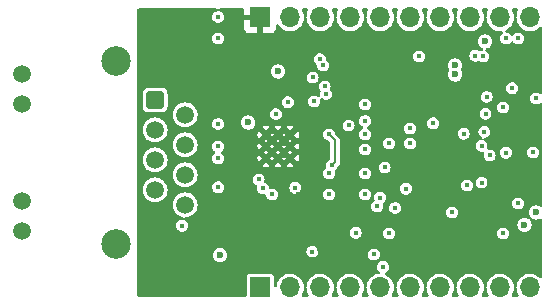
<source format=gbr>
%TF.GenerationSoftware,KiCad,Pcbnew,8.0.9-8.0.9-0~ubuntu22.04.1*%
%TF.CreationDate,2025-04-29T10:25:46+09:00*%
%TF.ProjectId,CANGatewayE,43414e47-6174-4657-9761-79452e6b6963,rev?*%
%TF.SameCoordinates,Original*%
%TF.FileFunction,Copper,L2,Inr*%
%TF.FilePolarity,Positive*%
%FSLAX46Y46*%
G04 Gerber Fmt 4.6, Leading zero omitted, Abs format (unit mm)*
G04 Created by KiCad (PCBNEW 8.0.9-8.0.9-0~ubuntu22.04.1) date 2025-04-29 10:25:46*
%MOMM*%
%LPD*%
G01*
G04 APERTURE LIST*
G04 Aperture macros list*
%AMRoundRect*
0 Rectangle with rounded corners*
0 $1 Rounding radius*
0 $2 $3 $4 $5 $6 $7 $8 $9 X,Y pos of 4 corners*
0 Add a 4 corners polygon primitive as box body*
4,1,4,$2,$3,$4,$5,$6,$7,$8,$9,$2,$3,0*
0 Add four circle primitives for the rounded corners*
1,1,$1+$1,$2,$3*
1,1,$1+$1,$4,$5*
1,1,$1+$1,$6,$7*
1,1,$1+$1,$8,$9*
0 Add four rect primitives between the rounded corners*
20,1,$1+$1,$2,$3,$4,$5,0*
20,1,$1+$1,$4,$5,$6,$7,0*
20,1,$1+$1,$6,$7,$8,$9,0*
20,1,$1+$1,$8,$9,$2,$3,0*%
G04 Aperture macros list end*
%TA.AperFunction,ComponentPad*%
%ADD10C,2.500000*%
%TD*%
%TA.AperFunction,ComponentPad*%
%ADD11C,1.500000*%
%TD*%
%TA.AperFunction,ComponentPad*%
%ADD12RoundRect,0.250500X-0.499500X0.499500X-0.499500X-0.499500X0.499500X-0.499500X0.499500X0.499500X0*%
%TD*%
%TA.AperFunction,ComponentPad*%
%ADD13C,0.500000*%
%TD*%
%TA.AperFunction,ComponentPad*%
%ADD14R,1.700000X1.700000*%
%TD*%
%TA.AperFunction,ComponentPad*%
%ADD15O,1.700000X1.700000*%
%TD*%
%TA.AperFunction,ViaPad*%
%ADD16C,0.400000*%
%TD*%
%TA.AperFunction,ViaPad*%
%ADD17C,0.600000*%
%TD*%
%TA.AperFunction,Conductor*%
%ADD18C,0.200000*%
%TD*%
G04 APERTURE END LIST*
D10*
%TO.N,Net-(JP1-A)*%
%TO.C,J5*%
X13200000Y4960000D03*
X13200000Y20450000D03*
D11*
%TO.N,/Ethernet/LED1*%
X5250000Y6080000D03*
%TO.N,Net-(J5-Pad11)*%
X5250000Y8620000D03*
%TO.N,Net-(J5-Pad10)*%
X5250000Y16790000D03*
%TO.N,/Ethernet/LED2*%
X5250000Y19330000D03*
%TO.N,Net-(JP1-A)*%
X19050000Y8265000D03*
%TO.N,unconnected-(J5-NC-Pad7)*%
X16510000Y9525000D03*
%TO.N,Net-(J5-RD-)*%
X19050000Y10805000D03*
%TO.N,Net-(J5-RCT)*%
X16510000Y12065000D03*
X19050000Y13345000D03*
%TO.N,Net-(J5-RD+)*%
X16510000Y14605000D03*
%TO.N,Net-(J5-TD-)*%
X19050000Y15885000D03*
D12*
%TO.N,Net-(J5-TD+)*%
X16510000Y17145000D03*
%TD*%
D13*
%TO.N,GND*%
%TO.C,U2*%
X25916000Y12208000D03*
X26916000Y12208000D03*
X27916000Y12208000D03*
X25916000Y13208000D03*
X26916000Y13208000D03*
X27916000Y13208000D03*
X25916000Y14208000D03*
X26916000Y14208000D03*
X27916000Y14208000D03*
%TD*%
D14*
%TO.N,/SPI3_MOSI*%
%TO.C,J3*%
X25400000Y1270000D03*
D15*
%TO.N,/SPI3_MISO*%
X27940000Y1270000D03*
%TO.N,/SPI3_SCK*%
X30480000Y1270000D03*
%TO.N,/SPI3_CS*%
X33020000Y1270000D03*
%TO.N,/VCP_TX*%
X35560000Y1270000D03*
%TO.N,/VCP_RX*%
X38100000Y1270000D03*
%TO.N,/CAN1_RD*%
X40640000Y1270000D03*
%TO.N,/CAN1_TD*%
X43180000Y1270000D03*
%TO.N,/CAN/CAN1_L*%
X45720000Y1270000D03*
%TO.N,/CAN/CAN1_H*%
X48260000Y1270000D03*
%TD*%
D14*
%TO.N,GND*%
%TO.C,J4*%
X25400000Y24130000D03*
D15*
%TO.N,/Connector/VIN*%
X27940000Y24130000D03*
%TO.N,+3.3V*%
X30480000Y24130000D03*
%TO.N,/NRST*%
X33020000Y24130000D03*
%TO.N,/SWDIO*%
X35560000Y24130000D03*
%TO.N,/SWCLK*%
X38100000Y24130000D03*
%TO.N,/CAN2_RD*%
X40640000Y24130000D03*
%TO.N,/CAN2_TD*%
X43180000Y24130000D03*
%TO.N,/CAN/CAN2_L*%
X45720000Y24130000D03*
%TO.N,/CAN/CAN2_H*%
X48260000Y24130000D03*
%TD*%
D16*
%TO.N,Net-(U1-PH0)*%
X37742001Y9635300D03*
%TO.N,GND*%
X27559000Y5495902D03*
X22860000Y7112000D03*
D17*
X33274000Y21336000D03*
D16*
X40386000Y6604000D03*
X20320000Y2540000D03*
D17*
X19812000Y3902000D03*
D16*
X22860000Y762000D03*
X38354000Y8509000D03*
X27247771Y8035886D03*
D17*
X21844000Y16256000D03*
D16*
X24384000Y4826000D03*
X33638779Y8126708D03*
X39370000Y16002000D03*
D17*
X40386000Y8128000D03*
X31750000Y21336000D03*
X38354000Y17018000D03*
X28168000Y21844000D03*
D16*
X16002000Y2540000D03*
D17*
X32512000Y4572000D03*
X44958000Y9144000D03*
D16*
X22860000Y2540000D03*
D17*
X46482000Y9144000D03*
D16*
X20320000Y762000D03*
X16002000Y762000D03*
X37084000Y14224000D03*
D17*
X19177000Y5080000D03*
X23114000Y20828000D03*
D16*
X31750000Y5588000D03*
D17*
X24885276Y7130000D03*
D16*
X36957000Y10414000D03*
X30353000Y5715000D03*
D17*
X32512000Y21336000D03*
X23368000Y16256000D03*
X21844000Y21082000D03*
X44450000Y6096000D03*
D16*
X28575000Y16764000D03*
D17*
X25654000Y3810000D03*
D16*
X46228000Y9906000D03*
D17*
X30480000Y4572000D03*
X39116000Y17018000D03*
D16*
X47498000Y12954000D03*
X37592000Y12164000D03*
X28575000Y9144000D03*
X39370000Y16510000D03*
X33330000Y12954000D03*
D17*
X24765000Y20574000D03*
D16*
X23114000Y4826000D03*
%TO.N,Net-(U1-PH1)*%
X36830000Y8001000D03*
%TO.N,Net-(C4-Pad1)*%
X29845000Y19050000D03*
D17*
%TO.N,+3.3V*%
X26924000Y19558000D03*
D16*
X38862000Y20828000D03*
X29972000Y17018000D03*
X34294000Y16764000D03*
X35024000Y4064000D03*
X33494257Y5914827D03*
D17*
X41910000Y19304000D03*
D16*
X34292000Y10922000D03*
D17*
X41910000Y20066000D03*
D16*
X34292000Y9144000D03*
D17*
X44450000Y22098000D03*
D16*
X41656000Y7620000D03*
D17*
X48768000Y7620000D03*
D16*
X38072000Y14732000D03*
X34290000Y12954000D03*
X34292000Y15367000D03*
X34292000Y14224000D03*
X28383103Y9714103D03*
%TO.N,Net-(J5-RCT)*%
X21842000Y13208000D03*
X21844000Y9744000D03*
X21842000Y12192000D03*
D17*
X24384000Y15240000D03*
D16*
X25273000Y10414000D03*
X21842000Y15113000D03*
%TO.N,/Ethernet/LED2*%
X25654000Y9652000D03*
X18796000Y6505000D03*
D17*
X22000000Y4000000D03*
D16*
%TO.N,/Ethernet/LED1*%
X26416000Y9144000D03*
%TO.N,/MCU/BOOT0*%
X38104000Y13462000D03*
%TO.N,/RMII_MDIO*%
X32891000Y14986000D03*
%TO.N,/RMII_RXD0*%
X31240000Y10922000D03*
%TO.N,/RMII_RXD1*%
X31240000Y9144000D03*
%TO.N,/RMII_CRS_DV*%
X31240000Y14224000D03*
X31466001Y11634381D03*
%TO.N,/RMII_REF_CLK*%
X35556000Y8886000D03*
%TO.N,/CAN/CAN1_H*%
X45972000Y5842000D03*
%TO.N,/CAN/CAN2_H*%
X47246000Y22352000D03*
%TO.N,Net-(R20-Pad2)*%
X46736001Y18150855D03*
X46228000Y22352000D03*
%TO.N,/CAN/CAN2_L*%
X44483999Y15967919D03*
D17*
%TO.N,/CAN/CAN1_L*%
X47783000Y6573000D03*
D16*
%TO.N,/SPI3_SCK*%
X35814000Y3010000D03*
X36322000Y13462000D03*
%TO.N,/RMII_TX_EN*%
X26741646Y15952396D03*
%TO.N,/VCP_TX*%
X40048810Y15163346D03*
%TO.N,/VCP_RX*%
X42628287Y14289147D03*
%TO.N,/RMII_MDC*%
X35306000Y8128000D03*
%TO.N,/CAN2_TD*%
X44306000Y20828000D03*
%TO.N,/RMII_TXD0*%
X30988000Y17653000D03*
%TO.N,/SPI3_CS*%
X29830880Y4310000D03*
%TO.N,/MCU/PC7*%
X21844000Y22352000D03*
X30734000Y20066000D03*
%TO.N,/CAN1_TD*%
X44144650Y13259350D03*
X44146499Y10153910D03*
%TO.N,/CAN2_RD*%
X43625768Y20890232D03*
%TO.N,/CAN1_RD*%
X46212182Y12684182D03*
%TO.N,/RMII_TXD1*%
X30861000Y18288000D03*
%TO.N,/MCU/PC8*%
X30465671Y20602658D03*
X21846000Y24172000D03*
%TO.N,+5V*%
X47244000Y8382000D03*
X45974000Y16510000D03*
%TO.N,Net-(C5-Pad1)*%
X42926000Y9906000D03*
%TO.N,/NRST*%
X36322000Y5842000D03*
X27746625Y16957375D03*
X35952000Y11430000D03*
%TO.N,Net-(JP2-B)*%
X44831000Y12446000D03*
%TO.N,Net-(JP3-B)*%
X48514000Y12700000D03*
%TO.N,Net-(JP4-B)*%
X48768000Y17272000D03*
%TO.N,Net-(JP5-B)*%
X44577000Y17399000D03*
X44395000Y14441409D03*
%TD*%
D18*
%TO.N,/RMII_CRS_DV*%
X31750000Y13718000D02*
X31750000Y11918380D01*
X31244000Y14224000D02*
X31750000Y13718000D01*
X31240000Y14224000D02*
X31244000Y14224000D01*
X31750000Y11918380D02*
X31466001Y11634381D01*
%TD*%
%TA.AperFunction,Conductor*%
%TO.N,GND*%
G36*
X21751729Y24879815D02*
G01*
X21797484Y24827011D01*
X21807428Y24757853D01*
X21778403Y24694297D01*
X21719625Y24656523D01*
X21719624Y24656523D01*
X21635949Y24631955D01*
X21514873Y24554144D01*
X21420623Y24445374D01*
X21420622Y24445372D01*
X21360834Y24314457D01*
X21340353Y24172000D01*
X21360834Y24029544D01*
X21403095Y23937007D01*
X21420623Y23898627D01*
X21514872Y23789857D01*
X21635947Y23712047D01*
X21635950Y23712046D01*
X21635949Y23712046D01*
X21774036Y23671501D01*
X21774038Y23671500D01*
X21774039Y23671500D01*
X21917962Y23671500D01*
X21917962Y23671501D01*
X22056053Y23712047D01*
X22177128Y23789857D01*
X22271377Y23898627D01*
X22331165Y24029543D01*
X22351647Y24172000D01*
X22331165Y24314457D01*
X22271377Y24445373D01*
X22177128Y24554143D01*
X22056053Y24631953D01*
X22056051Y24631954D01*
X22056049Y24631955D01*
X22056050Y24631955D01*
X21972376Y24656523D01*
X21913597Y24694297D01*
X21884572Y24757852D01*
X21894515Y24827011D01*
X21940270Y24879815D01*
X22007309Y24899500D01*
X23926000Y24899500D01*
X23993039Y24879815D01*
X24038794Y24827011D01*
X24050000Y24775500D01*
X24050000Y24380000D01*
X24966988Y24380000D01*
X24934075Y24322993D01*
X24900000Y24195826D01*
X24900000Y24064174D01*
X24934075Y23937007D01*
X24966988Y23880000D01*
X24050000Y23880000D01*
X24050000Y23232156D01*
X24056401Y23172628D01*
X24056403Y23172621D01*
X24106645Y23037914D01*
X24106649Y23037907D01*
X24192809Y22922813D01*
X24192812Y22922810D01*
X24307906Y22836650D01*
X24307913Y22836646D01*
X24442620Y22786404D01*
X24442627Y22786402D01*
X24502155Y22780001D01*
X24502172Y22780000D01*
X25150000Y22780000D01*
X25150000Y23696988D01*
X25207007Y23664075D01*
X25334174Y23630000D01*
X25465826Y23630000D01*
X25592993Y23664075D01*
X25650000Y23696988D01*
X25650000Y22780000D01*
X26297828Y22780000D01*
X26297844Y22780001D01*
X26357372Y22786402D01*
X26357379Y22786404D01*
X26492086Y22836646D01*
X26492093Y22836650D01*
X26607187Y22922810D01*
X26607190Y22922813D01*
X26693350Y23037907D01*
X26693354Y23037914D01*
X26743596Y23172621D01*
X26743598Y23172628D01*
X26749999Y23232156D01*
X26750000Y23232173D01*
X26750000Y23426732D01*
X26769685Y23493771D01*
X26822489Y23539526D01*
X26891647Y23549470D01*
X26955203Y23520445D01*
X26972950Y23501463D01*
X27086128Y23351593D01*
X27243698Y23207948D01*
X27424981Y23095702D01*
X27623802Y23018679D01*
X27833390Y22979500D01*
X27833392Y22979500D01*
X28046608Y22979500D01*
X28046610Y22979500D01*
X28256198Y23018679D01*
X28455019Y23095702D01*
X28636302Y23207948D01*
X28793872Y23351593D01*
X28922366Y23521745D01*
X28936171Y23549470D01*
X29017403Y23712606D01*
X29017403Y23712607D01*
X29017405Y23712611D01*
X29075756Y23917690D01*
X29086529Y24033953D01*
X29112315Y24098889D01*
X29156869Y24130806D01*
X29120497Y24151669D01*
X29088307Y24213682D01*
X29086529Y24226049D01*
X29085849Y24233387D01*
X29075756Y24342310D01*
X29017405Y24547389D01*
X29017403Y24547394D01*
X29017403Y24547395D01*
X28931342Y24720229D01*
X28919081Y24789014D01*
X28945954Y24853509D01*
X29003430Y24893236D01*
X29042342Y24899500D01*
X29377658Y24899500D01*
X29444697Y24879815D01*
X29490452Y24827011D01*
X29500396Y24757853D01*
X29488658Y24720229D01*
X29402596Y24547395D01*
X29402596Y24547393D01*
X29344244Y24342311D01*
X29333471Y24226049D01*
X29307685Y24161112D01*
X29263130Y24129196D01*
X29299503Y24108332D01*
X29331693Y24046319D01*
X29333470Y24033953D01*
X29344244Y23917690D01*
X29397675Y23729901D01*
X29402596Y23712608D01*
X29402596Y23712606D01*
X29497632Y23521747D01*
X29512953Y23501459D01*
X29626128Y23351593D01*
X29783698Y23207948D01*
X29964981Y23095702D01*
X30163802Y23018679D01*
X30373390Y22979500D01*
X30373392Y22979500D01*
X30586608Y22979500D01*
X30586610Y22979500D01*
X30796198Y23018679D01*
X30995019Y23095702D01*
X31176302Y23207948D01*
X31333872Y23351593D01*
X31462366Y23521745D01*
X31476171Y23549470D01*
X31557403Y23712606D01*
X31557403Y23712607D01*
X31557405Y23712611D01*
X31615756Y23917690D01*
X31626529Y24033953D01*
X31652315Y24098889D01*
X31696869Y24130806D01*
X31660497Y24151669D01*
X31628307Y24213682D01*
X31626529Y24226049D01*
X31625849Y24233387D01*
X31615756Y24342310D01*
X31557405Y24547389D01*
X31557403Y24547394D01*
X31557403Y24547395D01*
X31471342Y24720229D01*
X31459081Y24789014D01*
X31485954Y24853509D01*
X31543430Y24893236D01*
X31582342Y24899500D01*
X31917658Y24899500D01*
X31984697Y24879815D01*
X32030452Y24827011D01*
X32040396Y24757853D01*
X32028658Y24720229D01*
X31942596Y24547395D01*
X31942596Y24547393D01*
X31884244Y24342311D01*
X31873471Y24226049D01*
X31847685Y24161112D01*
X31803130Y24129196D01*
X31839503Y24108332D01*
X31871693Y24046319D01*
X31873470Y24033953D01*
X31884244Y23917690D01*
X31937675Y23729901D01*
X31942596Y23712608D01*
X31942596Y23712606D01*
X32037632Y23521747D01*
X32052953Y23501459D01*
X32166128Y23351593D01*
X32323698Y23207948D01*
X32504981Y23095702D01*
X32703802Y23018679D01*
X32913390Y22979500D01*
X32913392Y22979500D01*
X33126608Y22979500D01*
X33126610Y22979500D01*
X33336198Y23018679D01*
X33535019Y23095702D01*
X33716302Y23207948D01*
X33873872Y23351593D01*
X34002366Y23521745D01*
X34016171Y23549470D01*
X34097403Y23712606D01*
X34097403Y23712607D01*
X34097405Y23712611D01*
X34155756Y23917690D01*
X34166529Y24033953D01*
X34192315Y24098889D01*
X34236869Y24130806D01*
X34200497Y24151669D01*
X34168307Y24213682D01*
X34166529Y24226049D01*
X34165849Y24233387D01*
X34155756Y24342310D01*
X34097405Y24547389D01*
X34097403Y24547394D01*
X34097403Y24547395D01*
X34011342Y24720229D01*
X33999081Y24789014D01*
X34025954Y24853509D01*
X34083430Y24893236D01*
X34122342Y24899500D01*
X34457658Y24899500D01*
X34524697Y24879815D01*
X34570452Y24827011D01*
X34580396Y24757853D01*
X34568658Y24720229D01*
X34482596Y24547395D01*
X34482596Y24547393D01*
X34424244Y24342311D01*
X34413471Y24226049D01*
X34387685Y24161112D01*
X34343130Y24129196D01*
X34379503Y24108332D01*
X34411693Y24046319D01*
X34413470Y24033953D01*
X34424244Y23917690D01*
X34477675Y23729901D01*
X34482596Y23712608D01*
X34482596Y23712606D01*
X34577632Y23521747D01*
X34592953Y23501459D01*
X34706128Y23351593D01*
X34863698Y23207948D01*
X35044981Y23095702D01*
X35243802Y23018679D01*
X35453390Y22979500D01*
X35453392Y22979500D01*
X35666608Y22979500D01*
X35666610Y22979500D01*
X35876198Y23018679D01*
X36075019Y23095702D01*
X36256302Y23207948D01*
X36413872Y23351593D01*
X36542366Y23521745D01*
X36556171Y23549470D01*
X36637403Y23712606D01*
X36637403Y23712607D01*
X36637405Y23712611D01*
X36695756Y23917690D01*
X36706529Y24033953D01*
X36732315Y24098889D01*
X36776869Y24130806D01*
X36740497Y24151669D01*
X36708307Y24213682D01*
X36706529Y24226049D01*
X36705849Y24233387D01*
X36695756Y24342310D01*
X36637405Y24547389D01*
X36637403Y24547394D01*
X36637403Y24547395D01*
X36551342Y24720229D01*
X36539081Y24789014D01*
X36565954Y24853509D01*
X36623430Y24893236D01*
X36662342Y24899500D01*
X36997658Y24899500D01*
X37064697Y24879815D01*
X37110452Y24827011D01*
X37120396Y24757853D01*
X37108658Y24720229D01*
X37022596Y24547395D01*
X37022596Y24547393D01*
X36964244Y24342311D01*
X36953471Y24226049D01*
X36927685Y24161112D01*
X36883130Y24129196D01*
X36919503Y24108332D01*
X36951693Y24046319D01*
X36953470Y24033953D01*
X36964244Y23917690D01*
X37017675Y23729901D01*
X37022596Y23712608D01*
X37022596Y23712606D01*
X37117632Y23521747D01*
X37132953Y23501459D01*
X37246128Y23351593D01*
X37403698Y23207948D01*
X37584981Y23095702D01*
X37783802Y23018679D01*
X37993390Y22979500D01*
X37993392Y22979500D01*
X38206608Y22979500D01*
X38206610Y22979500D01*
X38416198Y23018679D01*
X38615019Y23095702D01*
X38796302Y23207948D01*
X38953872Y23351593D01*
X39082366Y23521745D01*
X39096171Y23549470D01*
X39177403Y23712606D01*
X39177403Y23712607D01*
X39177405Y23712611D01*
X39235756Y23917690D01*
X39246529Y24033953D01*
X39272315Y24098889D01*
X39316869Y24130806D01*
X39280497Y24151669D01*
X39248307Y24213682D01*
X39246529Y24226049D01*
X39245849Y24233387D01*
X39235756Y24342310D01*
X39177405Y24547389D01*
X39177403Y24547394D01*
X39177403Y24547395D01*
X39091342Y24720229D01*
X39079081Y24789014D01*
X39105954Y24853509D01*
X39163430Y24893236D01*
X39202342Y24899500D01*
X39537658Y24899500D01*
X39604697Y24879815D01*
X39650452Y24827011D01*
X39660396Y24757853D01*
X39648658Y24720229D01*
X39562596Y24547395D01*
X39562596Y24547393D01*
X39504244Y24342311D01*
X39493471Y24226049D01*
X39467685Y24161112D01*
X39423130Y24129196D01*
X39459503Y24108332D01*
X39491693Y24046319D01*
X39493470Y24033953D01*
X39504244Y23917690D01*
X39557675Y23729901D01*
X39562596Y23712608D01*
X39562596Y23712606D01*
X39657632Y23521747D01*
X39672953Y23501459D01*
X39786128Y23351593D01*
X39943698Y23207948D01*
X40124981Y23095702D01*
X40323802Y23018679D01*
X40533390Y22979500D01*
X40533392Y22979500D01*
X40746608Y22979500D01*
X40746610Y22979500D01*
X40956198Y23018679D01*
X41155019Y23095702D01*
X41336302Y23207948D01*
X41493872Y23351593D01*
X41622366Y23521745D01*
X41636171Y23549470D01*
X41717403Y23712606D01*
X41717403Y23712607D01*
X41717405Y23712611D01*
X41775756Y23917690D01*
X41786529Y24033953D01*
X41812315Y24098889D01*
X41856869Y24130806D01*
X41820497Y24151669D01*
X41788307Y24213682D01*
X41786529Y24226049D01*
X41785849Y24233387D01*
X41775756Y24342310D01*
X41717405Y24547389D01*
X41717403Y24547394D01*
X41717403Y24547395D01*
X41631342Y24720229D01*
X41619081Y24789014D01*
X41645954Y24853509D01*
X41703430Y24893236D01*
X41742342Y24899500D01*
X42077658Y24899500D01*
X42144697Y24879815D01*
X42190452Y24827011D01*
X42200396Y24757853D01*
X42188658Y24720229D01*
X42102596Y24547395D01*
X42102596Y24547393D01*
X42044244Y24342311D01*
X42033471Y24226049D01*
X42007685Y24161112D01*
X41963130Y24129196D01*
X41999503Y24108332D01*
X42031693Y24046319D01*
X42033470Y24033953D01*
X42044244Y23917690D01*
X42097675Y23729901D01*
X42102596Y23712608D01*
X42102596Y23712606D01*
X42197632Y23521747D01*
X42212953Y23501459D01*
X42326128Y23351593D01*
X42483698Y23207948D01*
X42664981Y23095702D01*
X42863802Y23018679D01*
X43073390Y22979500D01*
X43073392Y22979500D01*
X43286608Y22979500D01*
X43286610Y22979500D01*
X43496198Y23018679D01*
X43695019Y23095702D01*
X43876302Y23207948D01*
X44033872Y23351593D01*
X44162366Y23521745D01*
X44176171Y23549470D01*
X44257403Y23712606D01*
X44257403Y23712607D01*
X44257405Y23712611D01*
X44315756Y23917690D01*
X44326529Y24033953D01*
X44352315Y24098889D01*
X44396869Y24130806D01*
X44360497Y24151669D01*
X44328307Y24213682D01*
X44326529Y24226049D01*
X44325849Y24233387D01*
X44315756Y24342310D01*
X44257405Y24547389D01*
X44257403Y24547394D01*
X44257403Y24547395D01*
X44171342Y24720229D01*
X44159081Y24789014D01*
X44185954Y24853509D01*
X44243430Y24893236D01*
X44282342Y24899500D01*
X44617658Y24899500D01*
X44684697Y24879815D01*
X44730452Y24827011D01*
X44740396Y24757853D01*
X44728658Y24720229D01*
X44642596Y24547395D01*
X44642596Y24547393D01*
X44584244Y24342311D01*
X44573471Y24226049D01*
X44547685Y24161112D01*
X44503130Y24129196D01*
X44539503Y24108332D01*
X44571693Y24046319D01*
X44573470Y24033953D01*
X44584244Y23917690D01*
X44637675Y23729901D01*
X44642596Y23712608D01*
X44642596Y23712606D01*
X44737632Y23521747D01*
X44752953Y23501459D01*
X44866128Y23351593D01*
X45023698Y23207948D01*
X45204981Y23095702D01*
X45403802Y23018679D01*
X45613390Y22979500D01*
X45613392Y22979500D01*
X45826609Y22979500D01*
X45826610Y22979500D01*
X45841048Y22982199D01*
X45910563Y22975169D01*
X45965242Y22931673D01*
X45987726Y22865519D01*
X45970874Y22797712D01*
X45930875Y22755996D01*
X45896874Y22734145D01*
X45802623Y22625374D01*
X45802622Y22625372D01*
X45742834Y22494457D01*
X45722353Y22352000D01*
X45742834Y22209544D01*
X45793776Y22097999D01*
X45802623Y22078627D01*
X45896872Y21969857D01*
X46017947Y21892047D01*
X46017950Y21892046D01*
X46017949Y21892046D01*
X46156036Y21851501D01*
X46156038Y21851500D01*
X46156039Y21851500D01*
X46299962Y21851500D01*
X46299962Y21851501D01*
X46438053Y21892047D01*
X46559128Y21969857D01*
X46643287Y22066982D01*
X46702065Y22104757D01*
X46771935Y22104757D01*
X46830711Y22066984D01*
X46914872Y21969857D01*
X47035947Y21892047D01*
X47035950Y21892046D01*
X47035949Y21892046D01*
X47174036Y21851501D01*
X47174038Y21851500D01*
X47174039Y21851500D01*
X47317962Y21851500D01*
X47317962Y21851501D01*
X47456053Y21892047D01*
X47577128Y21969857D01*
X47671377Y22078627D01*
X47731165Y22209543D01*
X47751647Y22352000D01*
X47731165Y22494457D01*
X47671377Y22625373D01*
X47577128Y22734143D01*
X47456053Y22811953D01*
X47456051Y22811954D01*
X47456049Y22811955D01*
X47456050Y22811955D01*
X47317963Y22852500D01*
X47317961Y22852500D01*
X47174039Y22852500D01*
X47174036Y22852500D01*
X47035949Y22811955D01*
X46914873Y22734144D01*
X46830713Y22637018D01*
X46771935Y22599244D01*
X46702065Y22599244D01*
X46643287Y22637018D01*
X46585522Y22703682D01*
X46559128Y22734143D01*
X46438053Y22811953D01*
X46438051Y22811954D01*
X46438049Y22811955D01*
X46438050Y22811955D01*
X46299963Y22852500D01*
X46299961Y22852500D01*
X46270584Y22852500D01*
X46203545Y22872185D01*
X46157790Y22924989D01*
X46147846Y22994147D01*
X46176871Y23057703D01*
X46225789Y23092127D01*
X46235019Y23095702D01*
X46416302Y23207948D01*
X46573872Y23351593D01*
X46702366Y23521745D01*
X46716171Y23549470D01*
X46797403Y23712606D01*
X46797403Y23712607D01*
X46797405Y23712611D01*
X46855756Y23917690D01*
X46866529Y24033953D01*
X46892315Y24098889D01*
X46936869Y24130806D01*
X46900497Y24151669D01*
X46868307Y24213682D01*
X46866529Y24226049D01*
X46865849Y24233387D01*
X46855756Y24342310D01*
X46797405Y24547389D01*
X46797403Y24547394D01*
X46797403Y24547395D01*
X46711342Y24720229D01*
X46699081Y24789014D01*
X46725954Y24853509D01*
X46783430Y24893236D01*
X46822342Y24899500D01*
X47157658Y24899500D01*
X47224697Y24879815D01*
X47270452Y24827011D01*
X47280396Y24757853D01*
X47268658Y24720229D01*
X47182596Y24547395D01*
X47182596Y24547393D01*
X47124244Y24342311D01*
X47113471Y24226049D01*
X47087685Y24161112D01*
X47043130Y24129196D01*
X47079503Y24108332D01*
X47111693Y24046319D01*
X47113470Y24033953D01*
X47124244Y23917690D01*
X47177675Y23729901D01*
X47182596Y23712608D01*
X47182596Y23712606D01*
X47277632Y23521747D01*
X47292953Y23501459D01*
X47406128Y23351593D01*
X47563698Y23207948D01*
X47744981Y23095702D01*
X47943802Y23018679D01*
X48153390Y22979500D01*
X48153392Y22979500D01*
X48366608Y22979500D01*
X48366610Y22979500D01*
X48576198Y23018679D01*
X48775019Y23095702D01*
X48956302Y23207948D01*
X49075962Y23317034D01*
X49138765Y23347650D01*
X49208153Y23339453D01*
X49262093Y23295043D01*
X49283461Y23228521D01*
X49283500Y23225396D01*
X49283500Y17762744D01*
X49263815Y17695705D01*
X49211011Y17649950D01*
X49141853Y17640006D01*
X49092461Y17658428D01*
X49034456Y17695705D01*
X48978053Y17731953D01*
X48978051Y17731954D01*
X48978049Y17731955D01*
X48978050Y17731955D01*
X48839963Y17772500D01*
X48839961Y17772500D01*
X48696039Y17772500D01*
X48696036Y17772500D01*
X48557949Y17731955D01*
X48436873Y17654144D01*
X48342623Y17545374D01*
X48342622Y17545372D01*
X48282834Y17414457D01*
X48262353Y17272000D01*
X48282834Y17129544D01*
X48337201Y17010500D01*
X48342623Y16998627D01*
X48436872Y16889857D01*
X48557947Y16812047D01*
X48557950Y16812046D01*
X48557949Y16812046D01*
X48696036Y16771501D01*
X48696038Y16771500D01*
X48696039Y16771500D01*
X48839962Y16771500D01*
X48839962Y16771501D01*
X48978050Y16812046D01*
X48978051Y16812046D01*
X48982522Y16814919D01*
X49092460Y16885573D01*
X49159500Y16905257D01*
X49226539Y16885573D01*
X49272294Y16832769D01*
X49283500Y16781257D01*
X49283500Y8232805D01*
X49263815Y8165766D01*
X49211011Y8120011D01*
X49141853Y8110067D01*
X49084016Y8134427D01*
X49070841Y8144536D01*
X48924762Y8205044D01*
X48924760Y8205045D01*
X48768001Y8225682D01*
X48767999Y8225682D01*
X48611239Y8205045D01*
X48611237Y8205044D01*
X48465160Y8144537D01*
X48339718Y8048282D01*
X48243463Y7922840D01*
X48182956Y7776763D01*
X48182955Y7776761D01*
X48162318Y7620002D01*
X48162318Y7619999D01*
X48182955Y7463240D01*
X48182956Y7463238D01*
X48243464Y7317159D01*
X48305602Y7236178D01*
X48330796Y7171010D01*
X48326576Y7150437D01*
X48351146Y7156089D01*
X48416897Y7132453D01*
X48419259Y7130684D01*
X48465157Y7095465D01*
X48465158Y7095465D01*
X48465159Y7095464D01*
X48611238Y7034956D01*
X48689619Y7024637D01*
X48767999Y7014318D01*
X48768000Y7014318D01*
X48768001Y7014318D01*
X48846024Y7024590D01*
X48924762Y7034956D01*
X49070841Y7095464D01*
X49084013Y7105571D01*
X49149182Y7130766D01*
X49217627Y7116728D01*
X49267617Y7067915D01*
X49283500Y7007196D01*
X49283500Y2174605D01*
X49263815Y2107566D01*
X49211011Y2061811D01*
X49141853Y2051867D01*
X49078297Y2080892D01*
X49075962Y2082968D01*
X48958562Y2189992D01*
X48956302Y2192052D01*
X48775019Y2304298D01*
X48775017Y2304299D01*
X48620656Y2364098D01*
X48576198Y2381321D01*
X48366610Y2420500D01*
X48153390Y2420500D01*
X47943802Y2381321D01*
X47943799Y2381321D01*
X47943799Y2381320D01*
X47744982Y2304299D01*
X47744980Y2304298D01*
X47563699Y2192053D01*
X47406127Y2048407D01*
X47277632Y1878254D01*
X47182596Y1687395D01*
X47182596Y1687393D01*
X47124244Y1482311D01*
X47113471Y1366049D01*
X47087685Y1301112D01*
X47043130Y1269196D01*
X47079503Y1248332D01*
X47111693Y1186319D01*
X47113471Y1173952D01*
X47124244Y1057690D01*
X47182596Y852608D01*
X47182596Y852606D01*
X47268658Y679771D01*
X47280919Y610986D01*
X47254046Y546491D01*
X47196570Y506764D01*
X47157658Y500500D01*
X46822342Y500500D01*
X46755303Y520185D01*
X46709548Y572989D01*
X46699604Y642147D01*
X46711342Y679771D01*
X46797403Y852606D01*
X46797403Y852607D01*
X46797405Y852611D01*
X46855756Y1057690D01*
X46866529Y1173953D01*
X46892315Y1238889D01*
X46936869Y1270806D01*
X46900497Y1291669D01*
X46868307Y1353682D01*
X46866529Y1366049D01*
X46863175Y1402241D01*
X46855756Y1482310D01*
X46797405Y1687389D01*
X46797403Y1687394D01*
X46797403Y1687395D01*
X46702367Y1878254D01*
X46573872Y2048407D01*
X46538238Y2080892D01*
X46416302Y2192052D01*
X46235019Y2304298D01*
X46235017Y2304299D01*
X46080656Y2364098D01*
X46036198Y2381321D01*
X45826610Y2420500D01*
X45613390Y2420500D01*
X45403802Y2381321D01*
X45403799Y2381321D01*
X45403799Y2381320D01*
X45204982Y2304299D01*
X45204980Y2304298D01*
X45023699Y2192053D01*
X44866127Y2048407D01*
X44737632Y1878254D01*
X44642596Y1687395D01*
X44642596Y1687393D01*
X44584244Y1482311D01*
X44573471Y1366049D01*
X44547685Y1301112D01*
X44503130Y1269196D01*
X44539503Y1248332D01*
X44571693Y1186319D01*
X44573471Y1173952D01*
X44584244Y1057690D01*
X44642596Y852608D01*
X44642596Y852606D01*
X44728658Y679771D01*
X44740919Y610986D01*
X44714046Y546491D01*
X44656570Y506764D01*
X44617658Y500500D01*
X44282342Y500500D01*
X44215303Y520185D01*
X44169548Y572989D01*
X44159604Y642147D01*
X44171342Y679771D01*
X44257403Y852606D01*
X44257403Y852607D01*
X44257405Y852611D01*
X44315756Y1057690D01*
X44326529Y1173953D01*
X44352315Y1238889D01*
X44396869Y1270806D01*
X44360497Y1291669D01*
X44328307Y1353682D01*
X44326529Y1366049D01*
X44323175Y1402241D01*
X44315756Y1482310D01*
X44257405Y1687389D01*
X44257403Y1687394D01*
X44257403Y1687395D01*
X44162367Y1878254D01*
X44033872Y2048407D01*
X43998238Y2080892D01*
X43876302Y2192052D01*
X43695019Y2304298D01*
X43695017Y2304299D01*
X43540656Y2364098D01*
X43496198Y2381321D01*
X43286610Y2420500D01*
X43073390Y2420500D01*
X42863802Y2381321D01*
X42863799Y2381321D01*
X42863799Y2381320D01*
X42664982Y2304299D01*
X42664980Y2304298D01*
X42483699Y2192053D01*
X42326127Y2048407D01*
X42197632Y1878254D01*
X42102596Y1687395D01*
X42102596Y1687393D01*
X42044244Y1482311D01*
X42033471Y1366049D01*
X42007685Y1301112D01*
X41963130Y1269196D01*
X41999503Y1248332D01*
X42031693Y1186319D01*
X42033471Y1173952D01*
X42044244Y1057690D01*
X42102596Y852608D01*
X42102596Y852606D01*
X42188658Y679771D01*
X42200919Y610986D01*
X42174046Y546491D01*
X42116570Y506764D01*
X42077658Y500500D01*
X41742342Y500500D01*
X41675303Y520185D01*
X41629548Y572989D01*
X41619604Y642147D01*
X41631342Y679771D01*
X41717403Y852606D01*
X41717403Y852607D01*
X41717405Y852611D01*
X41775756Y1057690D01*
X41786529Y1173953D01*
X41812315Y1238889D01*
X41856869Y1270806D01*
X41820497Y1291669D01*
X41788307Y1353682D01*
X41786529Y1366049D01*
X41783175Y1402241D01*
X41775756Y1482310D01*
X41717405Y1687389D01*
X41717403Y1687394D01*
X41717403Y1687395D01*
X41622367Y1878254D01*
X41493872Y2048407D01*
X41458238Y2080892D01*
X41336302Y2192052D01*
X41155019Y2304298D01*
X41155017Y2304299D01*
X41000656Y2364098D01*
X40956198Y2381321D01*
X40746610Y2420500D01*
X40533390Y2420500D01*
X40323802Y2381321D01*
X40323799Y2381321D01*
X40323799Y2381320D01*
X40124982Y2304299D01*
X40124980Y2304298D01*
X39943699Y2192053D01*
X39786127Y2048407D01*
X39657632Y1878254D01*
X39562596Y1687395D01*
X39562596Y1687393D01*
X39504244Y1482311D01*
X39493471Y1366049D01*
X39467685Y1301112D01*
X39423130Y1269196D01*
X39459503Y1248332D01*
X39491693Y1186319D01*
X39493471Y1173952D01*
X39504244Y1057690D01*
X39562596Y852608D01*
X39562596Y852606D01*
X39648658Y679771D01*
X39660919Y610986D01*
X39634046Y546491D01*
X39576570Y506764D01*
X39537658Y500500D01*
X39202342Y500500D01*
X39135303Y520185D01*
X39089548Y572989D01*
X39079604Y642147D01*
X39091342Y679771D01*
X39177403Y852606D01*
X39177403Y852607D01*
X39177405Y852611D01*
X39235756Y1057690D01*
X39246529Y1173953D01*
X39272315Y1238889D01*
X39316869Y1270806D01*
X39280497Y1291669D01*
X39248307Y1353682D01*
X39246529Y1366049D01*
X39243175Y1402241D01*
X39235756Y1482310D01*
X39177405Y1687389D01*
X39177403Y1687394D01*
X39177403Y1687395D01*
X39082367Y1878254D01*
X38953872Y2048407D01*
X38918238Y2080892D01*
X38796302Y2192052D01*
X38615019Y2304298D01*
X38615017Y2304299D01*
X38460656Y2364098D01*
X38416198Y2381321D01*
X38206610Y2420500D01*
X37993390Y2420500D01*
X37783802Y2381321D01*
X37783799Y2381321D01*
X37783799Y2381320D01*
X37584982Y2304299D01*
X37584980Y2304298D01*
X37403699Y2192053D01*
X37246127Y2048407D01*
X37117632Y1878254D01*
X37022596Y1687395D01*
X37022596Y1687393D01*
X36964244Y1482311D01*
X36953471Y1366049D01*
X36927685Y1301112D01*
X36883130Y1269196D01*
X36919503Y1248332D01*
X36951693Y1186319D01*
X36953471Y1173952D01*
X36964244Y1057690D01*
X37022596Y852608D01*
X37022596Y852606D01*
X37108658Y679771D01*
X37120919Y610986D01*
X37094046Y546491D01*
X37036570Y506764D01*
X36997658Y500500D01*
X36662342Y500500D01*
X36595303Y520185D01*
X36549548Y572989D01*
X36539604Y642147D01*
X36551342Y679771D01*
X36637403Y852606D01*
X36637403Y852607D01*
X36637405Y852611D01*
X36695756Y1057690D01*
X36706529Y1173953D01*
X36732315Y1238889D01*
X36776869Y1270806D01*
X36740497Y1291669D01*
X36708307Y1353682D01*
X36706529Y1366049D01*
X36703175Y1402241D01*
X36695756Y1482310D01*
X36637405Y1687389D01*
X36637403Y1687394D01*
X36637403Y1687395D01*
X36542367Y1878254D01*
X36413872Y2048407D01*
X36378238Y2080892D01*
X36256302Y2192052D01*
X36075019Y2304298D01*
X36075017Y2304299D01*
X36053184Y2312757D01*
X36030549Y2321526D01*
X35975149Y2364098D01*
X35951558Y2429865D01*
X35967269Y2497945D01*
X36017293Y2546724D01*
X36023833Y2549946D01*
X36024048Y2550045D01*
X36024049Y2550046D01*
X36024053Y2550047D01*
X36145128Y2627857D01*
X36239377Y2736627D01*
X36299165Y2867543D01*
X36319647Y3010000D01*
X36299165Y3152457D01*
X36239377Y3283373D01*
X36145128Y3392143D01*
X36024053Y3469953D01*
X36024051Y3469954D01*
X36024049Y3469955D01*
X36024050Y3469955D01*
X35885963Y3510500D01*
X35885961Y3510500D01*
X35742039Y3510500D01*
X35742036Y3510500D01*
X35603949Y3469955D01*
X35482873Y3392144D01*
X35388623Y3283374D01*
X35388622Y3283372D01*
X35328834Y3152457D01*
X35308353Y3010000D01*
X35328834Y2867544D01*
X35388622Y2736629D01*
X35388623Y2736627D01*
X35482872Y2627857D01*
X35482873Y2627857D01*
X35488680Y2621155D01*
X35486950Y2619657D01*
X35517956Y2571406D01*
X35517953Y2501537D01*
X35480176Y2442760D01*
X35421763Y2414588D01*
X35357370Y2402551D01*
X35243802Y2381321D01*
X35243800Y2381321D01*
X35243798Y2381320D01*
X35044982Y2304299D01*
X35044980Y2304298D01*
X34863699Y2192053D01*
X34706127Y2048407D01*
X34577632Y1878254D01*
X34482596Y1687395D01*
X34482596Y1687393D01*
X34424244Y1482311D01*
X34413471Y1366049D01*
X34387685Y1301112D01*
X34343130Y1269196D01*
X34379503Y1248332D01*
X34411693Y1186319D01*
X34413471Y1173952D01*
X34424244Y1057690D01*
X34482596Y852608D01*
X34482596Y852606D01*
X34568658Y679771D01*
X34580919Y610986D01*
X34554046Y546491D01*
X34496570Y506764D01*
X34457658Y500500D01*
X34122342Y500500D01*
X34055303Y520185D01*
X34009548Y572989D01*
X33999604Y642147D01*
X34011342Y679771D01*
X34097403Y852606D01*
X34097403Y852607D01*
X34097405Y852611D01*
X34155756Y1057690D01*
X34166529Y1173953D01*
X34192315Y1238889D01*
X34236869Y1270806D01*
X34200497Y1291669D01*
X34168307Y1353682D01*
X34166529Y1366049D01*
X34163175Y1402241D01*
X34155756Y1482310D01*
X34097405Y1687389D01*
X34097403Y1687394D01*
X34097403Y1687395D01*
X34002367Y1878254D01*
X33873872Y2048407D01*
X33838238Y2080892D01*
X33716302Y2192052D01*
X33535019Y2304298D01*
X33535017Y2304299D01*
X33380656Y2364098D01*
X33336198Y2381321D01*
X33126610Y2420500D01*
X32913390Y2420500D01*
X32703802Y2381321D01*
X32703799Y2381321D01*
X32703799Y2381320D01*
X32504982Y2304299D01*
X32504980Y2304298D01*
X32323699Y2192053D01*
X32166127Y2048407D01*
X32037632Y1878254D01*
X31942596Y1687395D01*
X31942596Y1687393D01*
X31884244Y1482311D01*
X31873471Y1366049D01*
X31847685Y1301112D01*
X31803130Y1269196D01*
X31839503Y1248332D01*
X31871693Y1186319D01*
X31873471Y1173952D01*
X31884244Y1057690D01*
X31942596Y852608D01*
X31942596Y852606D01*
X32028658Y679771D01*
X32040919Y610986D01*
X32014046Y546491D01*
X31956570Y506764D01*
X31917658Y500500D01*
X31582342Y500500D01*
X31515303Y520185D01*
X31469548Y572989D01*
X31459604Y642147D01*
X31471342Y679771D01*
X31557403Y852606D01*
X31557403Y852607D01*
X31557405Y852611D01*
X31615756Y1057690D01*
X31626529Y1173953D01*
X31652315Y1238889D01*
X31696869Y1270806D01*
X31660497Y1291669D01*
X31628307Y1353682D01*
X31626529Y1366049D01*
X31623175Y1402241D01*
X31615756Y1482310D01*
X31557405Y1687389D01*
X31557403Y1687394D01*
X31557403Y1687395D01*
X31462367Y1878254D01*
X31333872Y2048407D01*
X31298238Y2080892D01*
X31176302Y2192052D01*
X30995019Y2304298D01*
X30995017Y2304299D01*
X30840656Y2364098D01*
X30796198Y2381321D01*
X30586610Y2420500D01*
X30373390Y2420500D01*
X30163802Y2381321D01*
X30163799Y2381321D01*
X30163799Y2381320D01*
X29964982Y2304299D01*
X29964980Y2304298D01*
X29783699Y2192053D01*
X29626127Y2048407D01*
X29497632Y1878254D01*
X29402596Y1687395D01*
X29402596Y1687393D01*
X29344244Y1482311D01*
X29333471Y1366049D01*
X29307685Y1301112D01*
X29263130Y1269196D01*
X29299503Y1248332D01*
X29331693Y1186319D01*
X29333471Y1173952D01*
X29344244Y1057690D01*
X29402596Y852608D01*
X29402596Y852606D01*
X29488658Y679771D01*
X29500919Y610986D01*
X29474046Y546491D01*
X29416570Y506764D01*
X29377658Y500500D01*
X29042342Y500500D01*
X28975303Y520185D01*
X28929548Y572989D01*
X28919604Y642147D01*
X28931342Y679771D01*
X29017403Y852606D01*
X29017403Y852607D01*
X29017405Y852611D01*
X29075756Y1057690D01*
X29086529Y1173953D01*
X29112315Y1238889D01*
X29156869Y1270806D01*
X29120497Y1291669D01*
X29088307Y1353682D01*
X29086529Y1366049D01*
X29083175Y1402241D01*
X29075756Y1482310D01*
X29017405Y1687389D01*
X29017403Y1687394D01*
X29017403Y1687395D01*
X28922367Y1878254D01*
X28793872Y2048407D01*
X28758238Y2080892D01*
X28636302Y2192052D01*
X28455019Y2304298D01*
X28455017Y2304299D01*
X28300656Y2364098D01*
X28256198Y2381321D01*
X28046610Y2420500D01*
X27833390Y2420500D01*
X27623802Y2381321D01*
X27623799Y2381321D01*
X27623799Y2381320D01*
X27424982Y2304299D01*
X27424980Y2304298D01*
X27243699Y2192053D01*
X27086127Y2048407D01*
X26957632Y1878254D01*
X26862596Y1687395D01*
X26862596Y1687393D01*
X26804244Y1482311D01*
X26797970Y1414606D01*
X26772183Y1349669D01*
X26715383Y1308982D01*
X26645602Y1305462D01*
X26584995Y1340228D01*
X26552806Y1402241D01*
X26550499Y1426048D01*
X26550499Y2164857D01*
X26550499Y2164863D01*
X26550499Y2164864D01*
X26550497Y2164883D01*
X26547586Y2189988D01*
X26547585Y2189990D01*
X26547585Y2189991D01*
X26502206Y2292765D01*
X26422765Y2372206D01*
X26402124Y2381320D01*
X26319992Y2417585D01*
X26294865Y2420500D01*
X24505143Y2420500D01*
X24505117Y2420498D01*
X24480012Y2417587D01*
X24480008Y2417585D01*
X24377235Y2372207D01*
X24297794Y2292766D01*
X24252415Y2189994D01*
X24252415Y2189992D01*
X24252415Y2189991D01*
X24249500Y2164865D01*
X24249500Y1340228D01*
X24249501Y624500D01*
X24229816Y557461D01*
X24177013Y511706D01*
X24125501Y500500D01*
X15110000Y500500D01*
X15042961Y520185D01*
X14997206Y572989D01*
X14986000Y624500D01*
X14986000Y4000002D01*
X21394318Y4000002D01*
X21394318Y3999999D01*
X21414955Y3843240D01*
X21414956Y3843238D01*
X21475464Y3697159D01*
X21571718Y3571718D01*
X21697159Y3475464D01*
X21843238Y3414956D01*
X21921619Y3404637D01*
X21999999Y3394318D01*
X22000000Y3394318D01*
X22000001Y3394318D01*
X22052254Y3401198D01*
X22156762Y3414956D01*
X22302841Y3475464D01*
X22428282Y3571718D01*
X22524536Y3697159D01*
X22585044Y3843238D01*
X22605682Y4000000D01*
X22585044Y4156762D01*
X22524536Y4302841D01*
X22519043Y4310000D01*
X29325233Y4310000D01*
X29345714Y4167544D01*
X29350639Y4156761D01*
X29405503Y4036627D01*
X29499752Y3927857D01*
X29620827Y3850047D01*
X29620830Y3850046D01*
X29620829Y3850046D01*
X29758916Y3809501D01*
X29758918Y3809500D01*
X29758919Y3809500D01*
X29902842Y3809500D01*
X29902842Y3809501D01*
X30010001Y3840965D01*
X30040930Y3850046D01*
X30040930Y3850047D01*
X30040933Y3850047D01*
X30162008Y3927857D01*
X30256257Y4036627D01*
X30268758Y4064000D01*
X34518353Y4064000D01*
X34538834Y3921544D01*
X34571486Y3850047D01*
X34598623Y3790627D01*
X34692872Y3681857D01*
X34813947Y3604047D01*
X34813950Y3604046D01*
X34813949Y3604046D01*
X34952036Y3563501D01*
X34952038Y3563500D01*
X34952039Y3563500D01*
X35095962Y3563500D01*
X35095962Y3563501D01*
X35234053Y3604047D01*
X35355128Y3681857D01*
X35449377Y3790627D01*
X35509165Y3921543D01*
X35529647Y4064000D01*
X35509165Y4206457D01*
X35449377Y4337373D01*
X35355128Y4446143D01*
X35234053Y4523953D01*
X35234051Y4523954D01*
X35234049Y4523955D01*
X35234050Y4523955D01*
X35095963Y4564500D01*
X35095961Y4564500D01*
X34952039Y4564500D01*
X34952036Y4564500D01*
X34813949Y4523955D01*
X34692873Y4446144D01*
X34598623Y4337374D01*
X34598622Y4337372D01*
X34538834Y4206457D01*
X34518353Y4064000D01*
X30268758Y4064000D01*
X30316045Y4167543D01*
X30336527Y4310000D01*
X30316045Y4452457D01*
X30256257Y4583373D01*
X30162008Y4692143D01*
X30040933Y4769953D01*
X30040931Y4769954D01*
X30040929Y4769955D01*
X30040930Y4769955D01*
X29902843Y4810500D01*
X29902841Y4810500D01*
X29758919Y4810500D01*
X29758916Y4810500D01*
X29620829Y4769955D01*
X29499753Y4692144D01*
X29405503Y4583374D01*
X29405502Y4583372D01*
X29345714Y4452457D01*
X29325233Y4310000D01*
X22519043Y4310000D01*
X22428282Y4428282D01*
X22302841Y4524536D01*
X22156762Y4585044D01*
X22156760Y4585045D01*
X22000001Y4605682D01*
X21999999Y4605682D01*
X21843239Y4585045D01*
X21843237Y4585044D01*
X21697160Y4524537D01*
X21571718Y4428282D01*
X21475463Y4302840D01*
X21414956Y4156763D01*
X21414955Y4156761D01*
X21394318Y4000002D01*
X14986000Y4000002D01*
X14986000Y5914827D01*
X32988610Y5914827D01*
X33009091Y5772371D01*
X33042351Y5699544D01*
X33068880Y5641454D01*
X33163129Y5532684D01*
X33284204Y5454874D01*
X33284207Y5454873D01*
X33284206Y5454873D01*
X33422293Y5414328D01*
X33422295Y5414327D01*
X33422296Y5414327D01*
X33566219Y5414327D01*
X33566219Y5414328D01*
X33704310Y5454874D01*
X33825385Y5532684D01*
X33919634Y5641454D01*
X33979422Y5772370D01*
X33989433Y5842000D01*
X35816353Y5842000D01*
X35836834Y5699544D01*
X35896622Y5568629D01*
X35896623Y5568627D01*
X35990872Y5459857D01*
X36111947Y5382047D01*
X36111950Y5382046D01*
X36111949Y5382046D01*
X36250036Y5341501D01*
X36250038Y5341500D01*
X36250039Y5341500D01*
X36393962Y5341500D01*
X36393962Y5341501D01*
X36532053Y5382047D01*
X36653128Y5459857D01*
X36747377Y5568627D01*
X36807165Y5699543D01*
X36827647Y5842000D01*
X45466353Y5842000D01*
X45486834Y5699544D01*
X45546622Y5568629D01*
X45546623Y5568627D01*
X45640872Y5459857D01*
X45761947Y5382047D01*
X45761950Y5382046D01*
X45761949Y5382046D01*
X45900036Y5341501D01*
X45900038Y5341500D01*
X45900039Y5341500D01*
X46043962Y5341500D01*
X46043962Y5341501D01*
X46182053Y5382047D01*
X46303128Y5459857D01*
X46397377Y5568627D01*
X46457165Y5699543D01*
X46477647Y5842000D01*
X46457165Y5984457D01*
X46397377Y6115373D01*
X46303128Y6224143D01*
X46182053Y6301953D01*
X46182051Y6301954D01*
X46182049Y6301955D01*
X46182050Y6301955D01*
X46043963Y6342500D01*
X46043961Y6342500D01*
X45900039Y6342500D01*
X45900036Y6342500D01*
X45761949Y6301955D01*
X45640873Y6224144D01*
X45546623Y6115374D01*
X45546622Y6115372D01*
X45486834Y5984457D01*
X45466353Y5842000D01*
X36827647Y5842000D01*
X36807165Y5984457D01*
X36747377Y6115373D01*
X36653128Y6224143D01*
X36532053Y6301953D01*
X36532051Y6301954D01*
X36532049Y6301955D01*
X36532050Y6301955D01*
X36393963Y6342500D01*
X36393961Y6342500D01*
X36250039Y6342500D01*
X36250036Y6342500D01*
X36111949Y6301955D01*
X35990873Y6224144D01*
X35896623Y6115374D01*
X35896622Y6115372D01*
X35836834Y5984457D01*
X35816353Y5842000D01*
X33989433Y5842000D01*
X33999904Y5914827D01*
X33979422Y6057284D01*
X33919634Y6188200D01*
X33825385Y6296970D01*
X33704310Y6374780D01*
X33704308Y6374781D01*
X33704306Y6374782D01*
X33704307Y6374782D01*
X33566220Y6415327D01*
X33566218Y6415327D01*
X33422296Y6415327D01*
X33422293Y6415327D01*
X33284206Y6374782D01*
X33163130Y6296971D01*
X33068880Y6188201D01*
X33068879Y6188199D01*
X33009091Y6057284D01*
X32988610Y5914827D01*
X14986000Y5914827D01*
X14986000Y8265000D01*
X17994417Y8265000D01*
X18014699Y8059068D01*
X18037002Y7985544D01*
X18074768Y7861046D01*
X18172315Y7678550D01*
X18206969Y7636323D01*
X18303589Y7518590D01*
X18371037Y7463238D01*
X18463550Y7387315D01*
X18646046Y7289768D01*
X18783208Y7248161D01*
X18841647Y7209863D01*
X18870103Y7146051D01*
X18859543Y7076984D01*
X18813319Y7024590D01*
X18747213Y7005500D01*
X18724036Y7005500D01*
X18585949Y6964955D01*
X18464873Y6887144D01*
X18370623Y6778374D01*
X18370622Y6778372D01*
X18310834Y6647457D01*
X18290353Y6505000D01*
X18310834Y6362544D01*
X18353025Y6270161D01*
X18370623Y6231627D01*
X18464872Y6122857D01*
X18585947Y6045047D01*
X18585950Y6045046D01*
X18585949Y6045046D01*
X18724036Y6004501D01*
X18724038Y6004500D01*
X18724039Y6004500D01*
X18867962Y6004500D01*
X18867962Y6004501D01*
X19006053Y6045047D01*
X19127128Y6122857D01*
X19221377Y6231627D01*
X19281165Y6362543D01*
X19301647Y6505000D01*
X19291870Y6573002D01*
X47177318Y6573002D01*
X47177318Y6572999D01*
X47197955Y6416240D01*
X47197956Y6416238D01*
X47247358Y6296970D01*
X47258464Y6270159D01*
X47354718Y6144718D01*
X47480159Y6048464D01*
X47626238Y5987956D01*
X47652816Y5984457D01*
X47782999Y5967318D01*
X47783000Y5967318D01*
X47783001Y5967318D01*
X47835254Y5974198D01*
X47939762Y5987956D01*
X48085841Y6048464D01*
X48211282Y6144718D01*
X48307536Y6270159D01*
X48368044Y6416238D01*
X48388682Y6573000D01*
X48368044Y6729762D01*
X48307536Y6875841D01*
X48245395Y6956824D01*
X48220203Y7021990D01*
X48224422Y7042565D01*
X48199852Y7036912D01*
X48134102Y7060549D01*
X48131740Y7062317D01*
X48085842Y7097536D01*
X47939762Y7158044D01*
X47939760Y7158045D01*
X47783001Y7178682D01*
X47782999Y7178682D01*
X47626239Y7158045D01*
X47626237Y7158044D01*
X47480160Y7097537D01*
X47354718Y7001282D01*
X47258463Y6875840D01*
X47197956Y6729763D01*
X47197955Y6729761D01*
X47177318Y6573002D01*
X19291870Y6573002D01*
X19281165Y6647457D01*
X19221377Y6778373D01*
X19127128Y6887143D01*
X19006053Y6964953D01*
X19006051Y6964954D01*
X19006049Y6964955D01*
X18996957Y6967625D01*
X18938180Y7005401D01*
X18909157Y7068958D01*
X18919102Y7138116D01*
X18964859Y7190918D01*
X19031899Y7210601D01*
X19044043Y7210004D01*
X19050000Y7209417D01*
X19255934Y7229700D01*
X19453954Y7289768D01*
X19636450Y7387315D01*
X19796410Y7518590D01*
X19927685Y7678550D01*
X20025232Y7861046D01*
X20085300Y8059066D01*
X20092089Y8128000D01*
X34800353Y8128000D01*
X34820834Y7985544D01*
X34877692Y7861044D01*
X34880623Y7854627D01*
X34974872Y7745857D01*
X35095947Y7668047D01*
X35095950Y7668046D01*
X35095949Y7668046D01*
X35234036Y7627501D01*
X35234038Y7627500D01*
X35234039Y7627500D01*
X35377962Y7627500D01*
X35377962Y7627501D01*
X35516053Y7668047D01*
X35637128Y7745857D01*
X35731377Y7854627D01*
X35791165Y7985543D01*
X35793387Y8001000D01*
X36324353Y8001000D01*
X36344834Y7858544D01*
X36404622Y7727629D01*
X36404623Y7727627D01*
X36498872Y7618857D01*
X36619947Y7541047D01*
X36619950Y7541046D01*
X36619949Y7541046D01*
X36758036Y7500501D01*
X36758038Y7500500D01*
X36758039Y7500500D01*
X36901962Y7500500D01*
X36901962Y7500501D01*
X37040053Y7541047D01*
X37161128Y7618857D01*
X37162118Y7620000D01*
X41150353Y7620000D01*
X41170834Y7477544D01*
X41212040Y7387318D01*
X41230623Y7346627D01*
X41324872Y7237857D01*
X41445947Y7160047D01*
X41445950Y7160046D01*
X41445949Y7160046D01*
X41584036Y7119501D01*
X41584038Y7119500D01*
X41584039Y7119500D01*
X41727962Y7119500D01*
X41727962Y7119501D01*
X41852573Y7156089D01*
X41866050Y7160046D01*
X41866050Y7160047D01*
X41866053Y7160047D01*
X41987128Y7237857D01*
X42081377Y7346627D01*
X42141165Y7477543D01*
X42161647Y7620000D01*
X42141165Y7762457D01*
X42081377Y7893373D01*
X41987128Y8002143D01*
X41866053Y8079953D01*
X41866051Y8079954D01*
X41866049Y8079955D01*
X41866050Y8079955D01*
X41727963Y8120500D01*
X41727961Y8120500D01*
X41584039Y8120500D01*
X41584036Y8120500D01*
X41445949Y8079955D01*
X41324873Y8002144D01*
X41230623Y7893374D01*
X41230622Y7893372D01*
X41170834Y7762457D01*
X41150353Y7620000D01*
X37162118Y7620000D01*
X37255377Y7727627D01*
X37315165Y7858543D01*
X37335647Y8001000D01*
X37315165Y8143457D01*
X37255377Y8274373D01*
X37162118Y8382000D01*
X46738353Y8382000D01*
X46758834Y8239544D01*
X46813201Y8120500D01*
X46818623Y8108627D01*
X46912872Y7999857D01*
X47033947Y7922047D01*
X47033950Y7922046D01*
X47033949Y7922046D01*
X47172036Y7881501D01*
X47172038Y7881500D01*
X47172039Y7881500D01*
X47315962Y7881500D01*
X47315962Y7881501D01*
X47454053Y7922047D01*
X47575128Y7999857D01*
X47669377Y8108627D01*
X47729165Y8239543D01*
X47749647Y8382000D01*
X47729165Y8524457D01*
X47669377Y8655373D01*
X47575128Y8764143D01*
X47454053Y8841953D01*
X47454051Y8841954D01*
X47454049Y8841955D01*
X47454050Y8841955D01*
X47315963Y8882500D01*
X47315961Y8882500D01*
X47172039Y8882500D01*
X47172036Y8882500D01*
X47033949Y8841955D01*
X46912873Y8764144D01*
X46818623Y8655374D01*
X46818622Y8655372D01*
X46758834Y8524457D01*
X46738353Y8382000D01*
X37162118Y8382000D01*
X37161128Y8383143D01*
X37040053Y8460953D01*
X37040051Y8460954D01*
X37040049Y8460955D01*
X37040050Y8460955D01*
X36901963Y8501500D01*
X36901961Y8501500D01*
X36758039Y8501500D01*
X36758036Y8501500D01*
X36619949Y8460955D01*
X36498873Y8383144D01*
X36404623Y8274374D01*
X36404622Y8274372D01*
X36344834Y8143457D01*
X36324353Y8001000D01*
X35793387Y8001000D01*
X35811647Y8128000D01*
X35791165Y8270457D01*
X35775168Y8305484D01*
X35765224Y8374639D01*
X35794247Y8438196D01*
X35820921Y8461309D01*
X35887128Y8503857D01*
X35981377Y8612627D01*
X36041165Y8743543D01*
X36061647Y8886000D01*
X36041165Y9028457D01*
X35981377Y9159373D01*
X35887128Y9268143D01*
X35766053Y9345953D01*
X35766051Y9345954D01*
X35766049Y9345955D01*
X35766050Y9345955D01*
X35627963Y9386500D01*
X35627961Y9386500D01*
X35484039Y9386500D01*
X35484036Y9386500D01*
X35345949Y9345955D01*
X35224873Y9268144D01*
X35130623Y9159374D01*
X35130622Y9159372D01*
X35070834Y9028457D01*
X35050353Y8886000D01*
X35070834Y8743544D01*
X35086831Y8708516D01*
X35096774Y8639358D01*
X35067748Y8575802D01*
X35041076Y8552691D01*
X34974874Y8510145D01*
X34974872Y8510144D01*
X34974872Y8510143D01*
X34967383Y8501500D01*
X34880623Y8401374D01*
X34880622Y8401372D01*
X34820834Y8270457D01*
X34800353Y8128000D01*
X20092089Y8128000D01*
X20105583Y8265000D01*
X20085300Y8470934D01*
X20025232Y8668954D01*
X19927685Y8851450D01*
X19856206Y8938548D01*
X19796410Y9011411D01*
X19662817Y9121046D01*
X19636450Y9142685D01*
X19453954Y9240232D01*
X19255934Y9300300D01*
X19255932Y9300301D01*
X19255934Y9300301D01*
X19050000Y9320583D01*
X18844067Y9300301D01*
X18646043Y9240231D01*
X18555899Y9192047D01*
X18463550Y9142685D01*
X18463548Y9142684D01*
X18463547Y9142683D01*
X18303589Y9011411D01*
X18172317Y8851453D01*
X18074769Y8668957D01*
X18014699Y8470933D01*
X17994417Y8265000D01*
X14986000Y8265000D01*
X14986000Y9525000D01*
X15454417Y9525000D01*
X15474699Y9319068D01*
X15485323Y9284047D01*
X15534768Y9121046D01*
X15632315Y8938550D01*
X15632317Y8938548D01*
X15763589Y8778590D01*
X15806295Y8743543D01*
X15923550Y8647315D01*
X16106046Y8549768D01*
X16304066Y8489700D01*
X16304065Y8489700D01*
X16322529Y8487882D01*
X16510000Y8469417D01*
X16715934Y8489700D01*
X16913954Y8549768D01*
X17096450Y8647315D01*
X17256410Y8778590D01*
X17387685Y8938550D01*
X17485232Y9121046D01*
X17545300Y9319066D01*
X17565583Y9525000D01*
X17545300Y9730934D01*
X17541337Y9744000D01*
X21338353Y9744000D01*
X21358834Y9601544D01*
X21374940Y9566278D01*
X21418623Y9470627D01*
X21512872Y9361857D01*
X21633947Y9284047D01*
X21633950Y9284046D01*
X21633949Y9284046D01*
X21772036Y9243501D01*
X21772038Y9243500D01*
X21772039Y9243500D01*
X21915962Y9243500D01*
X21915962Y9243501D01*
X22054053Y9284047D01*
X22175128Y9361857D01*
X22269377Y9470627D01*
X22329165Y9601543D01*
X22349647Y9744000D01*
X22329165Y9886457D01*
X22269377Y10017373D01*
X22175128Y10126143D01*
X22054053Y10203953D01*
X22054051Y10203954D01*
X22054049Y10203955D01*
X22054050Y10203955D01*
X21915963Y10244500D01*
X21915961Y10244500D01*
X21772039Y10244500D01*
X21772036Y10244500D01*
X21633949Y10203955D01*
X21512873Y10126144D01*
X21418623Y10017374D01*
X21418622Y10017372D01*
X21358834Y9886457D01*
X21338353Y9744000D01*
X17541337Y9744000D01*
X17485232Y9928954D01*
X17387685Y10111450D01*
X17303030Y10214603D01*
X17256410Y10271411D01*
X17138677Y10368031D01*
X17096450Y10402685D01*
X16913954Y10500232D01*
X16715934Y10560300D01*
X16715932Y10560301D01*
X16715934Y10560301D01*
X16510000Y10580583D01*
X16304067Y10560301D01*
X16106043Y10500231D01*
X15995898Y10441357D01*
X15923550Y10402685D01*
X15923548Y10402684D01*
X15923547Y10402683D01*
X15763589Y10271411D01*
X15632317Y10111453D01*
X15632315Y10111450D01*
X15599715Y10050460D01*
X15534769Y9928957D01*
X15534768Y9928955D01*
X15534768Y9928954D01*
X15530080Y9913500D01*
X15474699Y9730933D01*
X15454417Y9525000D01*
X14986000Y9525000D01*
X14986000Y10805000D01*
X17994417Y10805000D01*
X18014699Y10599068D01*
X18044681Y10500232D01*
X18074768Y10401046D01*
X18172315Y10218550D01*
X18204466Y10179374D01*
X18303589Y10058590D01*
X18390242Y9987477D01*
X18463550Y9927315D01*
X18646046Y9829768D01*
X18844066Y9769700D01*
X18844065Y9769700D01*
X18862529Y9767882D01*
X19050000Y9749417D01*
X19255934Y9769700D01*
X19453954Y9829768D01*
X19636450Y9927315D01*
X19796410Y10058590D01*
X19927685Y10218550D01*
X20025232Y10401046D01*
X20029162Y10414000D01*
X24767353Y10414000D01*
X24787834Y10271544D01*
X24832355Y10174058D01*
X24847623Y10140627D01*
X24941872Y10031857D01*
X25062947Y9954047D01*
X25062950Y9954046D01*
X25062948Y9954046D01*
X25084592Y9947691D01*
X25143370Y9909918D01*
X25172396Y9846362D01*
X25169321Y9803347D01*
X25170097Y9803235D01*
X25148353Y9652000D01*
X25168834Y9509544D01*
X25216350Y9405501D01*
X25228623Y9378627D01*
X25322872Y9269857D01*
X25443947Y9192047D01*
X25443950Y9192046D01*
X25443949Y9192046D01*
X25582036Y9151501D01*
X25582038Y9151500D01*
X25582039Y9151500D01*
X25725961Y9151500D01*
X25764541Y9162828D01*
X25834411Y9162828D01*
X25893189Y9125054D01*
X25922214Y9061499D01*
X25930834Y9001544D01*
X25959603Y8938550D01*
X25990623Y8870627D01*
X26084872Y8761857D01*
X26205947Y8684047D01*
X26205950Y8684046D01*
X26205949Y8684046D01*
X26344036Y8643501D01*
X26344038Y8643500D01*
X26344039Y8643500D01*
X26487962Y8643500D01*
X26487962Y8643501D01*
X26626053Y8684047D01*
X26747128Y8761857D01*
X26841377Y8870627D01*
X26901165Y9001543D01*
X26921647Y9144000D01*
X30734353Y9144000D01*
X30754834Y9001544D01*
X30783603Y8938550D01*
X30814623Y8870627D01*
X30908872Y8761857D01*
X31029947Y8684047D01*
X31029950Y8684046D01*
X31029949Y8684046D01*
X31168036Y8643501D01*
X31168038Y8643500D01*
X31168039Y8643500D01*
X31311962Y8643500D01*
X31311962Y8643501D01*
X31450053Y8684047D01*
X31571128Y8761857D01*
X31665377Y8870627D01*
X31725165Y9001543D01*
X31745647Y9144000D01*
X33786353Y9144000D01*
X33806834Y9001544D01*
X33835603Y8938550D01*
X33866623Y8870627D01*
X33960872Y8761857D01*
X34081947Y8684047D01*
X34081950Y8684046D01*
X34081949Y8684046D01*
X34220036Y8643501D01*
X34220038Y8643500D01*
X34220039Y8643500D01*
X34363962Y8643500D01*
X34363962Y8643501D01*
X34502053Y8684047D01*
X34623128Y8761857D01*
X34717377Y8870627D01*
X34777165Y9001543D01*
X34797647Y9144000D01*
X34777165Y9286457D01*
X34717377Y9417373D01*
X34623128Y9526143D01*
X34502053Y9603953D01*
X34502051Y9603954D01*
X34502049Y9603955D01*
X34502050Y9603955D01*
X34395296Y9635300D01*
X37236354Y9635300D01*
X37256835Y9492844D01*
X37305402Y9386500D01*
X37316624Y9361927D01*
X37410873Y9253157D01*
X37531948Y9175347D01*
X37531951Y9175346D01*
X37531950Y9175346D01*
X37670037Y9134801D01*
X37670039Y9134800D01*
X37670040Y9134800D01*
X37813963Y9134800D01*
X37813963Y9134801D01*
X37952054Y9175347D01*
X38073129Y9253157D01*
X38167378Y9361927D01*
X38227166Y9492843D01*
X38247648Y9635300D01*
X38227166Y9777757D01*
X38168599Y9906000D01*
X42420353Y9906000D01*
X42440834Y9763544D01*
X42495201Y9644500D01*
X42500623Y9632627D01*
X42594872Y9523857D01*
X42715947Y9446047D01*
X42715950Y9446046D01*
X42715949Y9446046D01*
X42854036Y9405501D01*
X42854038Y9405500D01*
X42854039Y9405500D01*
X42997962Y9405500D01*
X42997962Y9405501D01*
X43136053Y9446047D01*
X43257128Y9523857D01*
X43351377Y9632627D01*
X43411165Y9763543D01*
X43431647Y9906000D01*
X43426716Y9940294D01*
X43436659Y10009449D01*
X43441222Y10014716D01*
X43414812Y10045195D01*
X43631275Y10045195D01*
X43662248Y10009452D01*
X43662248Y10009451D01*
X43708273Y9908672D01*
X43721122Y9880537D01*
X43815371Y9771767D01*
X43936446Y9693957D01*
X43936449Y9693956D01*
X43936448Y9693956D01*
X44074535Y9653411D01*
X44074537Y9653410D01*
X44074538Y9653410D01*
X44218461Y9653410D01*
X44218461Y9653411D01*
X44356552Y9693957D01*
X44477627Y9771767D01*
X44571876Y9880537D01*
X44631664Y10011453D01*
X44652146Y10153910D01*
X44631664Y10296367D01*
X44571876Y10427283D01*
X44477627Y10536053D01*
X44356552Y10613863D01*
X44356550Y10613864D01*
X44356548Y10613865D01*
X44356549Y10613865D01*
X44218462Y10654410D01*
X44218460Y10654410D01*
X44074538Y10654410D01*
X44074535Y10654410D01*
X43936448Y10613865D01*
X43815372Y10536054D01*
X43721122Y10427284D01*
X43721121Y10427282D01*
X43661333Y10296367D01*
X43640852Y10153910D01*
X43645782Y10119618D01*
X43635838Y10050460D01*
X43631275Y10045195D01*
X43414812Y10045195D01*
X43410250Y10050460D01*
X43406537Y10058590D01*
X43351377Y10179373D01*
X43257128Y10288143D01*
X43136053Y10365953D01*
X43136051Y10365954D01*
X43136049Y10365955D01*
X43136050Y10365955D01*
X42997963Y10406500D01*
X42997961Y10406500D01*
X42854039Y10406500D01*
X42854036Y10406500D01*
X42715949Y10365955D01*
X42594873Y10288144D01*
X42500623Y10179374D01*
X42500622Y10179372D01*
X42440834Y10048457D01*
X42420353Y9906000D01*
X38168599Y9906000D01*
X38167378Y9908673D01*
X38073129Y10017443D01*
X37952054Y10095253D01*
X37952052Y10095254D01*
X37952050Y10095255D01*
X37952051Y10095255D01*
X37813964Y10135800D01*
X37813962Y10135800D01*
X37670040Y10135800D01*
X37670037Y10135800D01*
X37531950Y10095255D01*
X37410874Y10017444D01*
X37410873Y10017444D01*
X37410873Y10017443D01*
X37408510Y10014716D01*
X37316624Y9908674D01*
X37316623Y9908672D01*
X37256835Y9777757D01*
X37236354Y9635300D01*
X34395296Y9635300D01*
X34363963Y9644500D01*
X34363961Y9644500D01*
X34220039Y9644500D01*
X34220036Y9644500D01*
X34081949Y9603955D01*
X33960873Y9526144D01*
X33866623Y9417374D01*
X33866622Y9417372D01*
X33806834Y9286457D01*
X33786353Y9144000D01*
X31745647Y9144000D01*
X31725165Y9286457D01*
X31665377Y9417373D01*
X31571128Y9526143D01*
X31450053Y9603953D01*
X31450051Y9603954D01*
X31450049Y9603955D01*
X31450050Y9603955D01*
X31311963Y9644500D01*
X31311961Y9644500D01*
X31168039Y9644500D01*
X31168036Y9644500D01*
X31029949Y9603955D01*
X30908873Y9526144D01*
X30814623Y9417374D01*
X30814622Y9417372D01*
X30754834Y9286457D01*
X30734353Y9144000D01*
X26921647Y9144000D01*
X26901165Y9286457D01*
X26841377Y9417373D01*
X26747128Y9526143D01*
X26626053Y9603953D01*
X26626051Y9603954D01*
X26626049Y9603955D01*
X26626050Y9603955D01*
X26487963Y9644500D01*
X26487961Y9644500D01*
X26344039Y9644500D01*
X26344038Y9644500D01*
X26305455Y9633172D01*
X26235585Y9633174D01*
X26176808Y9670949D01*
X26157101Y9714103D01*
X27877456Y9714103D01*
X27897937Y9571647D01*
X27944071Y9470629D01*
X27957726Y9440730D01*
X28051975Y9331960D01*
X28173050Y9254150D01*
X28173053Y9254149D01*
X28173052Y9254149D01*
X28311139Y9213604D01*
X28311141Y9213603D01*
X28311142Y9213603D01*
X28455065Y9213603D01*
X28455065Y9213604D01*
X28593156Y9254150D01*
X28714231Y9331960D01*
X28808480Y9440730D01*
X28868268Y9571646D01*
X28888750Y9714103D01*
X28868268Y9856560D01*
X28808480Y9987476D01*
X28714231Y10096246D01*
X28593156Y10174056D01*
X28593154Y10174057D01*
X28593152Y10174058D01*
X28593153Y10174058D01*
X28455066Y10214603D01*
X28455064Y10214603D01*
X28311142Y10214603D01*
X28311139Y10214603D01*
X28173052Y10174058D01*
X28051976Y10096247D01*
X27957726Y9987477D01*
X27957725Y9987475D01*
X27897937Y9856560D01*
X27877456Y9714103D01*
X26157101Y9714103D01*
X26147785Y9734503D01*
X26139165Y9794457D01*
X26123038Y9829770D01*
X26079377Y9925373D01*
X25985128Y10034143D01*
X25864053Y10111953D01*
X25864052Y10111954D01*
X25864051Y10111954D01*
X25842405Y10118310D01*
X25783627Y10156085D01*
X25754603Y10219641D01*
X25757680Y10262654D01*
X25756903Y10262765D01*
X25761734Y10296367D01*
X25778647Y10414000D01*
X25758165Y10556457D01*
X25698377Y10687373D01*
X25604128Y10796143D01*
X25483053Y10873953D01*
X25483051Y10873954D01*
X25483049Y10873955D01*
X25483050Y10873955D01*
X25344963Y10914500D01*
X25344961Y10914500D01*
X25201039Y10914500D01*
X25201036Y10914500D01*
X25062949Y10873955D01*
X24941873Y10796144D01*
X24847623Y10687374D01*
X24847622Y10687372D01*
X24787834Y10556457D01*
X24767353Y10414000D01*
X20029162Y10414000D01*
X20085300Y10599066D01*
X20105583Y10805000D01*
X20085300Y11010934D01*
X20025232Y11208954D01*
X19927685Y11391450D01*
X19861435Y11472176D01*
X19815842Y11527733D01*
X25589284Y11527733D01*
X25748053Y11472177D01*
X25748058Y11472176D01*
X25915996Y11453254D01*
X25916004Y11453254D01*
X26083938Y11472176D01*
X26083943Y11472177D01*
X26242713Y11527733D01*
X26242714Y11527733D01*
X26589284Y11527733D01*
X26748053Y11472177D01*
X26748058Y11472176D01*
X26915996Y11453254D01*
X26916004Y11453254D01*
X27083938Y11472176D01*
X27083943Y11472177D01*
X27242713Y11527733D01*
X27242714Y11527733D01*
X27589284Y11527733D01*
X27748053Y11472177D01*
X27748058Y11472176D01*
X27915996Y11453254D01*
X27916004Y11453254D01*
X28083938Y11472176D01*
X28083943Y11472177D01*
X28242713Y11527733D01*
X28242714Y11527733D01*
X27916001Y11854446D01*
X27916000Y11854446D01*
X27589284Y11527733D01*
X27242714Y11527733D01*
X26916001Y11854446D01*
X26916000Y11854446D01*
X26589284Y11527733D01*
X26242714Y11527733D01*
X25916001Y11854446D01*
X25916000Y11854446D01*
X25589284Y11527733D01*
X19815842Y11527733D01*
X19796410Y11551411D01*
X19648904Y11672464D01*
X19636450Y11682685D01*
X19453954Y11780232D01*
X19255934Y11840300D01*
X19255932Y11840301D01*
X19255934Y11840301D01*
X19050000Y11860583D01*
X18844067Y11840301D01*
X18646043Y11780231D01*
X18615287Y11763791D01*
X18463550Y11682685D01*
X18463548Y11682684D01*
X18463547Y11682683D01*
X18303589Y11551411D01*
X18172317Y11391453D01*
X18172315Y11391450D01*
X18156043Y11361008D01*
X18074769Y11208957D01*
X18014699Y11010933D01*
X17994417Y10805000D01*
X14986000Y10805000D01*
X14986000Y12065000D01*
X15454417Y12065000D01*
X15474699Y11859068D01*
X15488933Y11812144D01*
X15534768Y11661046D01*
X15632315Y11478550D01*
X15632317Y11478548D01*
X15763589Y11318590D01*
X15860209Y11239298D01*
X15923550Y11187315D01*
X16106046Y11089768D01*
X16304066Y11029700D01*
X16304065Y11029700D01*
X16322529Y11027882D01*
X16510000Y11009417D01*
X16715934Y11029700D01*
X16913954Y11089768D01*
X17096450Y11187315D01*
X17256410Y11318590D01*
X17387685Y11478550D01*
X17485232Y11661046D01*
X17545300Y11859066D01*
X17565583Y12065000D01*
X17545300Y12270934D01*
X17485232Y12468954D01*
X17387685Y12651450D01*
X17331942Y12719374D01*
X17256410Y12811411D01*
X17138677Y12908031D01*
X17096450Y12942685D01*
X16914283Y13040056D01*
X16913956Y13040231D01*
X16913955Y13040232D01*
X16913954Y13040232D01*
X16715934Y13100300D01*
X16715932Y13100301D01*
X16715934Y13100301D01*
X16510000Y13120583D01*
X16304067Y13100301D01*
X16106043Y13040231D01*
X16004547Y12985979D01*
X15923550Y12942685D01*
X15923548Y12942684D01*
X15923547Y12942683D01*
X15763589Y12811411D01*
X15632317Y12651453D01*
X15632315Y12651450D01*
X15603439Y12597428D01*
X15534769Y12468957D01*
X15534768Y12468955D01*
X15534768Y12468954D01*
X15530080Y12453501D01*
X15474699Y12270933D01*
X15454417Y12065000D01*
X14986000Y12065000D01*
X14986000Y13345000D01*
X17994417Y13345000D01*
X18014699Y13139068D01*
X18035737Y13069716D01*
X18074768Y12941046D01*
X18172315Y12758550D01*
X18172317Y12758548D01*
X18303589Y12598590D01*
X18381421Y12534716D01*
X18463550Y12467315D01*
X18646046Y12369768D01*
X18844066Y12309700D01*
X18844065Y12309700D01*
X18861326Y12308000D01*
X19050000Y12289417D01*
X19255934Y12309700D01*
X19453954Y12369768D01*
X19636450Y12467315D01*
X19796410Y12598590D01*
X19927685Y12758550D01*
X20025232Y12941046D01*
X20085300Y13139066D01*
X20092089Y13208000D01*
X21336353Y13208000D01*
X21356834Y13065544D01*
X21413692Y12941044D01*
X21416623Y12934627D01*
X21510872Y12825857D01*
X21510874Y12825856D01*
X21544391Y12804315D01*
X21590146Y12751511D01*
X21600089Y12682352D01*
X21571063Y12618797D01*
X21544391Y12595685D01*
X21510874Y12574145D01*
X21416623Y12465374D01*
X21416622Y12465372D01*
X21356834Y12334457D01*
X21336353Y12192000D01*
X21356834Y12049544D01*
X21371914Y12016525D01*
X21416623Y11918627D01*
X21510872Y11809857D01*
X21631947Y11732047D01*
X21631950Y11732046D01*
X21631949Y11732046D01*
X21770036Y11691501D01*
X21770038Y11691500D01*
X21770039Y11691500D01*
X21913962Y11691500D01*
X21913962Y11691501D01*
X22052053Y11732047D01*
X22173128Y11809857D01*
X22267377Y11918627D01*
X22327165Y12049543D01*
X22347647Y12192000D01*
X22345346Y12208004D01*
X25161254Y12208004D01*
X25161254Y12207997D01*
X25180176Y12040056D01*
X25235731Y11881287D01*
X25562446Y12208000D01*
X25542555Y12227891D01*
X25816000Y12227891D01*
X25816000Y12188109D01*
X25831224Y12151355D01*
X25859355Y12123224D01*
X25896109Y12108000D01*
X25935891Y12108000D01*
X25972645Y12123224D01*
X26000776Y12151355D01*
X26016000Y12188109D01*
X26016000Y12208000D01*
X26269554Y12208000D01*
X26416000Y12061554D01*
X26562446Y12208000D01*
X26542555Y12227891D01*
X26816000Y12227891D01*
X26816000Y12188109D01*
X26831224Y12151355D01*
X26859355Y12123224D01*
X26896109Y12108000D01*
X26935891Y12108000D01*
X26972645Y12123224D01*
X27000776Y12151355D01*
X27016000Y12188109D01*
X27016000Y12208000D01*
X27269554Y12208000D01*
X27416000Y12061554D01*
X27562446Y12208000D01*
X27542555Y12227891D01*
X27816000Y12227891D01*
X27816000Y12188109D01*
X27831224Y12151355D01*
X27859355Y12123224D01*
X27896109Y12108000D01*
X27935891Y12108000D01*
X27972645Y12123224D01*
X28000776Y12151355D01*
X28016000Y12188109D01*
X28016000Y12208001D01*
X28269554Y12208001D01*
X28269554Y12207999D01*
X28596267Y11881286D01*
X28596267Y11881287D01*
X28651823Y12040057D01*
X28651824Y12040062D01*
X28670746Y12207997D01*
X28670746Y12208004D01*
X28651824Y12375942D01*
X28651823Y12375947D01*
X28596267Y12534715D01*
X28596267Y12534716D01*
X28269554Y12208001D01*
X28016000Y12208001D01*
X28016000Y12227891D01*
X28000776Y12264645D01*
X27972645Y12292776D01*
X27935891Y12308000D01*
X27896109Y12308000D01*
X27859355Y12292776D01*
X27831224Y12264645D01*
X27816000Y12227891D01*
X27542555Y12227891D01*
X27416000Y12354446D01*
X27269554Y12208000D01*
X27016000Y12208000D01*
X27016000Y12227891D01*
X27000776Y12264645D01*
X26972645Y12292776D01*
X26935891Y12308000D01*
X26896109Y12308000D01*
X26859355Y12292776D01*
X26831224Y12264645D01*
X26816000Y12227891D01*
X26542555Y12227891D01*
X26416000Y12354446D01*
X26269554Y12208000D01*
X26016000Y12208000D01*
X26016000Y12227891D01*
X26000776Y12264645D01*
X25972645Y12292776D01*
X25935891Y12308000D01*
X25896109Y12308000D01*
X25859355Y12292776D01*
X25831224Y12264645D01*
X25816000Y12227891D01*
X25542555Y12227891D01*
X25235731Y12534715D01*
X25180176Y12375945D01*
X25161254Y12208004D01*
X22345346Y12208004D01*
X22327165Y12334457D01*
X22267377Y12465373D01*
X22173128Y12574143D01*
X22139608Y12595685D01*
X22093854Y12648488D01*
X22085297Y12708000D01*
X25769554Y12708000D01*
X25916000Y12561554D01*
X26062446Y12708000D01*
X26769554Y12708000D01*
X26916000Y12561554D01*
X27062446Y12708000D01*
X27769554Y12708000D01*
X27916000Y12561554D01*
X28062446Y12708000D01*
X27916000Y12854446D01*
X27769554Y12708000D01*
X27062446Y12708000D01*
X26916000Y12854446D01*
X26769554Y12708000D01*
X26062446Y12708000D01*
X25916000Y12854446D01*
X25769554Y12708000D01*
X22085297Y12708000D01*
X22083910Y12717647D01*
X22112935Y12781202D01*
X22139609Y12804316D01*
X22173128Y12825857D01*
X22267377Y12934627D01*
X22327165Y13065543D01*
X22347647Y13208000D01*
X22347646Y13208004D01*
X25161254Y13208004D01*
X25161254Y13207997D01*
X25180176Y13040056D01*
X25235731Y12881287D01*
X25562446Y13208000D01*
X25542555Y13227891D01*
X25816000Y13227891D01*
X25816000Y13188109D01*
X25831224Y13151355D01*
X25859355Y13123224D01*
X25896109Y13108000D01*
X25935891Y13108000D01*
X25972645Y13123224D01*
X26000776Y13151355D01*
X26016000Y13188109D01*
X26016000Y13208000D01*
X26269554Y13208000D01*
X26416000Y13061554D01*
X26562446Y13208000D01*
X26542555Y13227891D01*
X26816000Y13227891D01*
X26816000Y13188109D01*
X26831224Y13151355D01*
X26859355Y13123224D01*
X26896109Y13108000D01*
X26935891Y13108000D01*
X26972645Y13123224D01*
X27000776Y13151355D01*
X27016000Y13188109D01*
X27016000Y13208000D01*
X27269554Y13208000D01*
X27416000Y13061554D01*
X27562446Y13208000D01*
X27542555Y13227891D01*
X27816000Y13227891D01*
X27816000Y13188109D01*
X27831224Y13151355D01*
X27859355Y13123224D01*
X27896109Y13108000D01*
X27935891Y13108000D01*
X27972645Y13123224D01*
X28000776Y13151355D01*
X28016000Y13188109D01*
X28016000Y13208001D01*
X28269554Y13208001D01*
X28269554Y13207999D01*
X28596267Y12881286D01*
X28596267Y12881287D01*
X28651823Y13040057D01*
X28651824Y13040062D01*
X28670746Y13207997D01*
X28670746Y13208004D01*
X28651824Y13375942D01*
X28651823Y13375947D01*
X28596267Y13534715D01*
X28596267Y13534716D01*
X28269554Y13208001D01*
X28016000Y13208001D01*
X28016000Y13227891D01*
X28000776Y13264645D01*
X27972645Y13292776D01*
X27935891Y13308000D01*
X27896109Y13308000D01*
X27859355Y13292776D01*
X27831224Y13264645D01*
X27816000Y13227891D01*
X27542555Y13227891D01*
X27416000Y13354446D01*
X27269554Y13208000D01*
X27016000Y13208000D01*
X27016000Y13227891D01*
X27000776Y13264645D01*
X26972645Y13292776D01*
X26935891Y13308000D01*
X26896109Y13308000D01*
X26859355Y13292776D01*
X26831224Y13264645D01*
X26816000Y13227891D01*
X26542555Y13227891D01*
X26416000Y13354446D01*
X26269554Y13208000D01*
X26016000Y13208000D01*
X26016000Y13227891D01*
X26000776Y13264645D01*
X25972645Y13292776D01*
X25935891Y13308000D01*
X25896109Y13308000D01*
X25859355Y13292776D01*
X25831224Y13264645D01*
X25816000Y13227891D01*
X25542555Y13227891D01*
X25235731Y13534715D01*
X25180176Y13375945D01*
X25161254Y13208004D01*
X22347646Y13208004D01*
X22327165Y13350457D01*
X22267377Y13481373D01*
X22173128Y13590143D01*
X22052053Y13667953D01*
X22052051Y13667954D01*
X22052049Y13667955D01*
X22052050Y13667955D01*
X21915666Y13708000D01*
X25769554Y13708000D01*
X25916000Y13561554D01*
X26062446Y13708000D01*
X26769554Y13708000D01*
X26916000Y13561554D01*
X27062446Y13708000D01*
X27769554Y13708000D01*
X27916000Y13561554D01*
X28062446Y13708000D01*
X27916000Y13854446D01*
X27769554Y13708000D01*
X27062446Y13708000D01*
X26916000Y13854446D01*
X26769554Y13708000D01*
X26062446Y13708000D01*
X25916000Y13854446D01*
X25769554Y13708000D01*
X21915666Y13708000D01*
X21913963Y13708500D01*
X21913961Y13708500D01*
X21770039Y13708500D01*
X21770036Y13708500D01*
X21631949Y13667955D01*
X21510873Y13590144D01*
X21416623Y13481374D01*
X21416622Y13481372D01*
X21356834Y13350457D01*
X21336353Y13208000D01*
X20092089Y13208000D01*
X20105583Y13345000D01*
X20085300Y13550934D01*
X20025232Y13748954D01*
X19927685Y13931450D01*
X19875702Y13994791D01*
X19796410Y14091411D01*
X19654344Y14208000D01*
X19654339Y14208004D01*
X25161254Y14208004D01*
X25161254Y14207997D01*
X25180176Y14040056D01*
X25235731Y13881287D01*
X25562446Y14208000D01*
X25542555Y14227891D01*
X25816000Y14227891D01*
X25816000Y14188109D01*
X25831224Y14151355D01*
X25859355Y14123224D01*
X25896109Y14108000D01*
X25935891Y14108000D01*
X25972645Y14123224D01*
X26000776Y14151355D01*
X26016000Y14188109D01*
X26016000Y14208000D01*
X26269554Y14208000D01*
X26416000Y14061554D01*
X26562446Y14208000D01*
X26542555Y14227891D01*
X26816000Y14227891D01*
X26816000Y14188109D01*
X26831224Y14151355D01*
X26859355Y14123224D01*
X26896109Y14108000D01*
X26935891Y14108000D01*
X26972645Y14123224D01*
X27000776Y14151355D01*
X27016000Y14188109D01*
X27016000Y14208000D01*
X27269554Y14208000D01*
X27416000Y14061554D01*
X27562446Y14208000D01*
X27542555Y14227891D01*
X27816000Y14227891D01*
X27816000Y14188109D01*
X27831224Y14151355D01*
X27859355Y14123224D01*
X27896109Y14108000D01*
X27935891Y14108000D01*
X27972645Y14123224D01*
X28000776Y14151355D01*
X28016000Y14188109D01*
X28016000Y14208001D01*
X28269554Y14208001D01*
X28269554Y14207999D01*
X28596267Y13881286D01*
X28596267Y13881287D01*
X28651823Y14040057D01*
X28651824Y14040062D01*
X28670746Y14207997D01*
X28670746Y14208004D01*
X28668944Y14224000D01*
X30734353Y14224000D01*
X30754834Y14081544D01*
X30783603Y14018550D01*
X30814623Y13950627D01*
X30908872Y13841857D01*
X31029947Y13764047D01*
X31029950Y13764046D01*
X31029949Y13764046D01*
X31151925Y13728231D01*
X31204672Y13696935D01*
X31313181Y13588426D01*
X31346666Y13527103D01*
X31349500Y13500745D01*
X31349500Y12214629D01*
X31329815Y12147590D01*
X31277011Y12101835D01*
X31260441Y12095654D01*
X31255954Y12094337D01*
X31255946Y12094333D01*
X31134874Y12016525D01*
X31040624Y11907755D01*
X31040623Y11907753D01*
X30980835Y11776838D01*
X30960354Y11634381D01*
X30980835Y11491926D01*
X30986172Y11480240D01*
X30996113Y11411081D01*
X30967087Y11347526D01*
X30940417Y11324416D01*
X30908873Y11304144D01*
X30814623Y11195374D01*
X30814622Y11195372D01*
X30754834Y11064457D01*
X30734353Y10922000D01*
X30754834Y10779544D01*
X30811982Y10654410D01*
X30814623Y10648627D01*
X30908872Y10539857D01*
X31029947Y10462047D01*
X31029950Y10462046D01*
X31029949Y10462046D01*
X31168036Y10421501D01*
X31168038Y10421500D01*
X31168039Y10421500D01*
X31311962Y10421500D01*
X31311962Y10421501D01*
X31450053Y10462047D01*
X31571128Y10539857D01*
X31665377Y10648627D01*
X31725165Y10779543D01*
X31745647Y10922000D01*
X33786353Y10922000D01*
X33806834Y10779544D01*
X33863982Y10654410D01*
X33866623Y10648627D01*
X33960872Y10539857D01*
X34081947Y10462047D01*
X34081950Y10462046D01*
X34081949Y10462046D01*
X34220036Y10421501D01*
X34220038Y10421500D01*
X34220039Y10421500D01*
X34363962Y10421500D01*
X34363962Y10421501D01*
X34502053Y10462047D01*
X34623128Y10539857D01*
X34717377Y10648627D01*
X34777165Y10779543D01*
X34797647Y10922000D01*
X34777165Y11064457D01*
X34717377Y11195373D01*
X34623128Y11304143D01*
X34502053Y11381953D01*
X34502051Y11381954D01*
X34502049Y11381955D01*
X34502050Y11381955D01*
X34363963Y11422500D01*
X34363961Y11422500D01*
X34220039Y11422500D01*
X34220036Y11422500D01*
X34081949Y11381955D01*
X33960873Y11304144D01*
X33866623Y11195374D01*
X33866622Y11195372D01*
X33806834Y11064457D01*
X33786353Y10922000D01*
X31745647Y10922000D01*
X31725165Y11064457D01*
X31719828Y11076142D01*
X31709886Y11145298D01*
X31738911Y11208854D01*
X31765579Y11231963D01*
X31797129Y11252238D01*
X31891378Y11361008D01*
X31922886Y11430000D01*
X35446353Y11430000D01*
X35466834Y11287544D01*
X35526622Y11156629D01*
X35526623Y11156627D01*
X35620872Y11047857D01*
X35741947Y10970047D01*
X35741950Y10970046D01*
X35741949Y10970046D01*
X35880036Y10929501D01*
X35880038Y10929500D01*
X35880039Y10929500D01*
X36023962Y10929500D01*
X36023962Y10929501D01*
X36162053Y10970047D01*
X36283128Y11047857D01*
X36377377Y11156627D01*
X36437165Y11287543D01*
X36457647Y11430000D01*
X36437165Y11572457D01*
X36377377Y11703373D01*
X36283128Y11812143D01*
X36162053Y11889953D01*
X36162051Y11889954D01*
X36162049Y11889955D01*
X36162050Y11889955D01*
X36023963Y11930500D01*
X36023961Y11930500D01*
X35880039Y11930500D01*
X35880036Y11930500D01*
X35741949Y11889955D01*
X35620873Y11812144D01*
X35526623Y11703374D01*
X35526622Y11703372D01*
X35466834Y11572457D01*
X35446353Y11430000D01*
X31922886Y11430000D01*
X31951166Y11491924D01*
X31955573Y11522582D01*
X31984595Y11586137D01*
X31990631Y11592619D01*
X32070477Y11672464D01*
X32070477Y11672465D01*
X32070480Y11672467D01*
X32123207Y11763792D01*
X32150500Y11865653D01*
X32150500Y11971107D01*
X32150500Y12954000D01*
X33784353Y12954000D01*
X33804834Y12811544D01*
X33859201Y12692500D01*
X33864623Y12680627D01*
X33958872Y12571857D01*
X34079947Y12494047D01*
X34079950Y12494046D01*
X34079949Y12494046D01*
X34218036Y12453501D01*
X34218038Y12453500D01*
X34218039Y12453500D01*
X34361962Y12453500D01*
X34361962Y12453501D01*
X34500053Y12494047D01*
X34621128Y12571857D01*
X34715377Y12680627D01*
X34775165Y12811543D01*
X34795647Y12954000D01*
X34775165Y13096457D01*
X34715377Y13227373D01*
X34621128Y13336143D01*
X34500053Y13413953D01*
X34500051Y13413954D01*
X34500049Y13413955D01*
X34500050Y13413955D01*
X34361963Y13454500D01*
X34361961Y13454500D01*
X34218039Y13454500D01*
X34218036Y13454500D01*
X34079949Y13413955D01*
X33958873Y13336144D01*
X33864623Y13227374D01*
X33864622Y13227372D01*
X33804834Y13096457D01*
X33784353Y12954000D01*
X32150500Y12954000D01*
X32150500Y13462000D01*
X35816353Y13462000D01*
X35836834Y13319544D01*
X35887776Y13207999D01*
X35896623Y13188627D01*
X35990872Y13079857D01*
X36111947Y13002047D01*
X36111950Y13002046D01*
X36111949Y13002046D01*
X36250036Y12961501D01*
X36250038Y12961500D01*
X36250039Y12961500D01*
X36393962Y12961500D01*
X36393962Y12961501D01*
X36532053Y13002047D01*
X36653128Y13079857D01*
X36747377Y13188627D01*
X36807165Y13319543D01*
X36827647Y13462000D01*
X37598353Y13462000D01*
X37618834Y13319544D01*
X37669776Y13207999D01*
X37678623Y13188627D01*
X37772872Y13079857D01*
X37893947Y13002047D01*
X37893950Y13002046D01*
X37893949Y13002046D01*
X38032036Y12961501D01*
X38032038Y12961500D01*
X38032039Y12961500D01*
X38175962Y12961500D01*
X38175962Y12961501D01*
X38314053Y13002047D01*
X38435128Y13079857D01*
X38529377Y13188627D01*
X38561675Y13259350D01*
X43639003Y13259350D01*
X43659484Y13116894D01*
X43711648Y13002673D01*
X43719273Y12985977D01*
X43813522Y12877207D01*
X43934597Y12799397D01*
X43934600Y12799396D01*
X43934599Y12799396D01*
X44072686Y12758851D01*
X44072688Y12758850D01*
X44225480Y12758850D01*
X44225480Y12756658D01*
X44282576Y12748451D01*
X44335382Y12702699D01*
X44355070Y12635660D01*
X44346756Y12597428D01*
X44348333Y12596964D01*
X44345834Y12588458D01*
X44325353Y12446000D01*
X44345834Y12303544D01*
X44400574Y12183683D01*
X44405623Y12172627D01*
X44499872Y12063857D01*
X44620947Y11986047D01*
X44620950Y11986046D01*
X44620949Y11986046D01*
X44759036Y11945501D01*
X44759038Y11945500D01*
X44759039Y11945500D01*
X44902962Y11945500D01*
X44902962Y11945501D01*
X45041053Y11986047D01*
X45162128Y12063857D01*
X45256377Y12172627D01*
X45316165Y12303543D01*
X45336647Y12446000D01*
X45316165Y12588457D01*
X45272448Y12684182D01*
X45706535Y12684182D01*
X45727016Y12541726D01*
X45779580Y12426629D01*
X45786805Y12410809D01*
X45881054Y12302039D01*
X46002129Y12224229D01*
X46002132Y12224228D01*
X46002131Y12224228D01*
X46140218Y12183683D01*
X46140220Y12183682D01*
X46140221Y12183682D01*
X46284144Y12183682D01*
X46284144Y12183683D01*
X46422235Y12224229D01*
X46543310Y12302039D01*
X46637559Y12410809D01*
X46697347Y12541725D01*
X46717829Y12684182D01*
X46715555Y12700000D01*
X48008353Y12700000D01*
X48028834Y12557544D01*
X48088622Y12426629D01*
X48088623Y12426627D01*
X48182872Y12317857D01*
X48303947Y12240047D01*
X48303950Y12240046D01*
X48303949Y12240046D01*
X48442036Y12199501D01*
X48442038Y12199500D01*
X48442039Y12199500D01*
X48585962Y12199500D01*
X48585962Y12199501D01*
X48724053Y12240047D01*
X48845128Y12317857D01*
X48939377Y12426627D01*
X48999165Y12557543D01*
X49019647Y12700000D01*
X48999165Y12842457D01*
X48939377Y12973373D01*
X48845128Y13082143D01*
X48724053Y13159953D01*
X48724051Y13159954D01*
X48724049Y13159955D01*
X48724050Y13159955D01*
X48585963Y13200500D01*
X48585961Y13200500D01*
X48442039Y13200500D01*
X48442036Y13200500D01*
X48303949Y13159955D01*
X48182873Y13082144D01*
X48088623Y12973374D01*
X48088622Y12973372D01*
X48028834Y12842457D01*
X48008353Y12700000D01*
X46715555Y12700000D01*
X46697347Y12826639D01*
X46637559Y12957555D01*
X46543310Y13066325D01*
X46422235Y13144135D01*
X46422233Y13144136D01*
X46422231Y13144137D01*
X46422232Y13144137D01*
X46284145Y13184682D01*
X46284143Y13184682D01*
X46140221Y13184682D01*
X46140218Y13184682D01*
X46002131Y13144137D01*
X45881055Y13066326D01*
X45881054Y13066326D01*
X45881054Y13066325D01*
X45876920Y13061554D01*
X45786805Y12957556D01*
X45786804Y12957554D01*
X45727016Y12826639D01*
X45706535Y12684182D01*
X45272448Y12684182D01*
X45256377Y12719373D01*
X45162128Y12828143D01*
X45041053Y12905953D01*
X45041051Y12905954D01*
X45041049Y12905955D01*
X45041050Y12905955D01*
X44902963Y12946500D01*
X44902961Y12946500D01*
X44759039Y12946500D01*
X44750170Y12946500D01*
X44750170Y12948689D01*
X44693050Y12956910D01*
X44640253Y13002673D01*
X44620579Y13069716D01*
X44628897Y13107922D01*
X44627317Y13108386D01*
X44629815Y13116893D01*
X44640054Y13188109D01*
X44650297Y13259350D01*
X44629815Y13401807D01*
X44570027Y13532723D01*
X44475778Y13641493D01*
X44475775Y13641495D01*
X44475773Y13641497D01*
X44365144Y13712594D01*
X44319389Y13765398D01*
X44309445Y13834556D01*
X44338470Y13898112D01*
X44397248Y13935886D01*
X44432183Y13940909D01*
X44466962Y13940909D01*
X44466962Y13940910D01*
X44605053Y13981456D01*
X44726128Y14059266D01*
X44820377Y14168036D01*
X44880165Y14298952D01*
X44900647Y14441409D01*
X44880165Y14583866D01*
X44820377Y14714782D01*
X44726128Y14823552D01*
X44605053Y14901362D01*
X44605051Y14901363D01*
X44605049Y14901364D01*
X44605050Y14901364D01*
X44466963Y14941909D01*
X44466961Y14941909D01*
X44323039Y14941909D01*
X44323036Y14941909D01*
X44184949Y14901364D01*
X44063873Y14823553D01*
X43969623Y14714783D01*
X43969622Y14714781D01*
X43909834Y14583866D01*
X43889353Y14441409D01*
X43909834Y14298953D01*
X43960456Y14188109D01*
X43969623Y14168036D01*
X44063872Y14059266D01*
X44063874Y14059265D01*
X44063876Y14059263D01*
X44174506Y13988165D01*
X44220261Y13935361D01*
X44230205Y13866203D01*
X44201180Y13802647D01*
X44142402Y13764873D01*
X44107467Y13759850D01*
X44072686Y13759850D01*
X43934599Y13719305D01*
X43813523Y13641494D01*
X43719273Y13532724D01*
X43719272Y13532722D01*
X43659484Y13401807D01*
X43639003Y13259350D01*
X38561675Y13259350D01*
X38589165Y13319543D01*
X38609647Y13462000D01*
X38589165Y13604457D01*
X38529377Y13735373D01*
X38435128Y13844143D01*
X38314053Y13921953D01*
X38314051Y13921954D01*
X38314049Y13921955D01*
X38314050Y13921955D01*
X38175963Y13962500D01*
X38175961Y13962500D01*
X38032039Y13962500D01*
X38032036Y13962500D01*
X37893949Y13921955D01*
X37772873Y13844144D01*
X37678623Y13735374D01*
X37678622Y13735372D01*
X37618834Y13604457D01*
X37598353Y13462000D01*
X36827647Y13462000D01*
X36807165Y13604457D01*
X36747377Y13735373D01*
X36653128Y13844143D01*
X36532053Y13921953D01*
X36532051Y13921954D01*
X36532049Y13921955D01*
X36532050Y13921955D01*
X36393963Y13962500D01*
X36393961Y13962500D01*
X36250039Y13962500D01*
X36250036Y13962500D01*
X36111949Y13921955D01*
X35990873Y13844144D01*
X35896623Y13735374D01*
X35896622Y13735372D01*
X35836834Y13604457D01*
X35816353Y13462000D01*
X32150500Y13462000D01*
X32150500Y13770727D01*
X32145698Y13788647D01*
X32141947Y13802647D01*
X32123208Y13872587D01*
X32103337Y13907004D01*
X32070480Y13963913D01*
X31763958Y14270435D01*
X31730473Y14331758D01*
X31728901Y14340471D01*
X31728478Y14343409D01*
X31725165Y14366457D01*
X31665377Y14497373D01*
X31571128Y14606143D01*
X31450053Y14683953D01*
X31450051Y14683954D01*
X31450049Y14683955D01*
X31450050Y14683955D01*
X31311963Y14724500D01*
X31311961Y14724500D01*
X31168039Y14724500D01*
X31168036Y14724500D01*
X31029949Y14683955D01*
X30908873Y14606144D01*
X30814623Y14497374D01*
X30814622Y14497372D01*
X30754834Y14366457D01*
X30734353Y14224000D01*
X28668944Y14224000D01*
X28651824Y14375942D01*
X28651823Y14375947D01*
X28596267Y14534715D01*
X28596267Y14534716D01*
X28269554Y14208001D01*
X28016000Y14208001D01*
X28016000Y14227891D01*
X28000776Y14264645D01*
X27972645Y14292776D01*
X27935891Y14308000D01*
X27896109Y14308000D01*
X27859355Y14292776D01*
X27831224Y14264645D01*
X27816000Y14227891D01*
X27542555Y14227891D01*
X27416000Y14354446D01*
X27269554Y14208000D01*
X27016000Y14208000D01*
X27016000Y14227891D01*
X27000776Y14264645D01*
X26972645Y14292776D01*
X26935891Y14308000D01*
X26896109Y14308000D01*
X26859355Y14292776D01*
X26831224Y14264645D01*
X26816000Y14227891D01*
X26542555Y14227891D01*
X26416000Y14354446D01*
X26269554Y14208000D01*
X26016000Y14208000D01*
X26016000Y14227891D01*
X26000776Y14264645D01*
X25972645Y14292776D01*
X25935891Y14308000D01*
X25896109Y14308000D01*
X25859355Y14292776D01*
X25831224Y14264645D01*
X25816000Y14227891D01*
X25542555Y14227891D01*
X25235731Y14534715D01*
X25180176Y14375945D01*
X25161254Y14208004D01*
X19654339Y14208004D01*
X19636450Y14222685D01*
X19453954Y14320232D01*
X19255934Y14380300D01*
X19255932Y14380301D01*
X19255934Y14380301D01*
X19050000Y14400583D01*
X18844067Y14380301D01*
X18646043Y14320231D01*
X18555899Y14272047D01*
X18463550Y14222685D01*
X18463548Y14222684D01*
X18463547Y14222683D01*
X18303589Y14091411D01*
X18172317Y13931453D01*
X18172315Y13931450D01*
X18145502Y13881287D01*
X18074769Y13748957D01*
X18014699Y13550933D01*
X17994417Y13345000D01*
X14986000Y13345000D01*
X14986000Y14605000D01*
X15454417Y14605000D01*
X15474699Y14399068D01*
X15488235Y14354446D01*
X15534768Y14201046D01*
X15632315Y14018550D01*
X15657251Y13988165D01*
X15763589Y13858590D01*
X15860209Y13779298D01*
X15923550Y13727315D01*
X16106046Y13629768D01*
X16304066Y13569700D01*
X16304065Y13569700D01*
X16322529Y13567882D01*
X16510000Y13549417D01*
X16715934Y13569700D01*
X16913954Y13629768D01*
X17096450Y13727315D01*
X17256410Y13858590D01*
X17387685Y14018550D01*
X17485232Y14201046D01*
X17545300Y14399066D01*
X17565583Y14605000D01*
X17545300Y14810934D01*
X17485232Y15008954D01*
X17387685Y15191450D01*
X17331942Y15259374D01*
X17256410Y15351411D01*
X17133967Y15451896D01*
X17096450Y15482685D01*
X16913954Y15580232D01*
X16715934Y15640300D01*
X16715932Y15640301D01*
X16715934Y15640301D01*
X16510000Y15660583D01*
X16304067Y15640301D01*
X16106043Y15580231D01*
X16041047Y15545489D01*
X15923550Y15482685D01*
X15923548Y15482684D01*
X15923547Y15482683D01*
X15763589Y15351411D01*
X15632317Y15191453D01*
X15632315Y15191450D01*
X15598644Y15128457D01*
X15534769Y15008957D01*
X15534768Y15008955D01*
X15534768Y15008954D01*
X15527898Y14986308D01*
X15474699Y14810933D01*
X15454417Y14605000D01*
X14986000Y14605000D01*
X14986000Y15885000D01*
X17994417Y15885000D01*
X18014699Y15679068D01*
X18034589Y15613500D01*
X18074768Y15481046D01*
X18172315Y15298550D01*
X18172317Y15298548D01*
X18303589Y15138590D01*
X18371037Y15083238D01*
X18463550Y15007315D01*
X18646046Y14909768D01*
X18844066Y14849700D01*
X18844065Y14849700D01*
X18862529Y14847882D01*
X19050000Y14829417D01*
X19255934Y14849700D01*
X19453954Y14909768D01*
X19636450Y15007315D01*
X19765228Y15113000D01*
X21336353Y15113000D01*
X21356834Y14970544D01*
X21412023Y14849700D01*
X21416623Y14839627D01*
X21510872Y14730857D01*
X21631947Y14653047D01*
X21631950Y14653046D01*
X21631949Y14653046D01*
X21770036Y14612501D01*
X21770038Y14612500D01*
X21770039Y14612500D01*
X21913962Y14612500D01*
X21913962Y14612501D01*
X22052053Y14653047D01*
X22173128Y14730857D01*
X22267377Y14839627D01*
X22327165Y14970543D01*
X22347647Y15113000D01*
X22329387Y15240002D01*
X23778318Y15240002D01*
X23778318Y15239999D01*
X23798955Y15083240D01*
X23798956Y15083238D01*
X23848865Y14962746D01*
X23859464Y14937159D01*
X23955718Y14811718D01*
X24081159Y14715464D01*
X24227238Y14654956D01*
X24305619Y14644637D01*
X24383999Y14634318D01*
X24384000Y14634318D01*
X24384001Y14634318D01*
X24436254Y14641198D01*
X24540762Y14654956D01*
X24686841Y14715464D01*
X24812282Y14811718D01*
X24871021Y14888269D01*
X25589285Y14888269D01*
X25916000Y14561554D01*
X25916001Y14561554D01*
X26242714Y14888269D01*
X26589285Y14888269D01*
X26916000Y14561554D01*
X26916001Y14561554D01*
X27242714Y14888269D01*
X27589285Y14888269D01*
X27916000Y14561554D01*
X27916001Y14561554D01*
X28242713Y14888269D01*
X28083944Y14943824D01*
X27916004Y14962746D01*
X27915996Y14962746D01*
X27748055Y14943824D01*
X27589285Y14888269D01*
X27242714Y14888269D01*
X27083944Y14943824D01*
X26916004Y14962746D01*
X26915996Y14962746D01*
X26748055Y14943824D01*
X26589285Y14888269D01*
X26242714Y14888269D01*
X26083944Y14943824D01*
X25916004Y14962746D01*
X25915996Y14962746D01*
X25748055Y14943824D01*
X25589285Y14888269D01*
X24871021Y14888269D01*
X24908536Y14937159D01*
X24928767Y14986000D01*
X32385353Y14986000D01*
X32405834Y14843544D01*
X32460201Y14724500D01*
X32465623Y14712627D01*
X32559872Y14603857D01*
X32680947Y14526047D01*
X32680950Y14526046D01*
X32680949Y14526046D01*
X32819036Y14485501D01*
X32819038Y14485500D01*
X32819039Y14485500D01*
X32962962Y14485500D01*
X32962962Y14485501D01*
X33101053Y14526047D01*
X33222128Y14603857D01*
X33316377Y14712627D01*
X33376165Y14843543D01*
X33396647Y14986000D01*
X33376165Y15128457D01*
X33316377Y15259373D01*
X33223118Y15367000D01*
X33786353Y15367000D01*
X33806834Y15224544D01*
X33866622Y15093629D01*
X33866623Y15093627D01*
X33960872Y14984857D01*
X34024721Y14943824D01*
X34089407Y14902253D01*
X34088255Y14900462D01*
X34132021Y14862537D01*
X34151704Y14795497D01*
X34132018Y14728458D01*
X34088255Y14690539D01*
X34089407Y14688747D01*
X34081947Y14683954D01*
X34081947Y14683953D01*
X34062243Y14671290D01*
X33960873Y14606144D01*
X33866623Y14497374D01*
X33866622Y14497372D01*
X33806834Y14366457D01*
X33786353Y14224000D01*
X33806834Y14081544D01*
X33835603Y14018550D01*
X33866623Y13950627D01*
X33960872Y13841857D01*
X34081947Y13764047D01*
X34081950Y13764046D01*
X34081949Y13764046D01*
X34220036Y13723501D01*
X34220038Y13723500D01*
X34220039Y13723500D01*
X34363962Y13723500D01*
X34363962Y13723501D01*
X34502053Y13764047D01*
X34623128Y13841857D01*
X34717377Y13950627D01*
X34777165Y14081543D01*
X34797647Y14224000D01*
X34777165Y14366457D01*
X34717377Y14497373D01*
X34623128Y14606143D01*
X34502053Y14683953D01*
X34502052Y14683954D01*
X34494593Y14688747D01*
X34495744Y14690540D01*
X34451983Y14728455D01*
X34450942Y14732000D01*
X37566353Y14732000D01*
X37586834Y14589544D01*
X37634350Y14485501D01*
X37646623Y14458627D01*
X37740872Y14349857D01*
X37861947Y14272047D01*
X37861950Y14272046D01*
X37861949Y14272046D01*
X38000036Y14231501D01*
X38000038Y14231500D01*
X38000039Y14231500D01*
X38143962Y14231500D01*
X38143962Y14231501D01*
X38282053Y14272047D01*
X38308661Y14289147D01*
X42122640Y14289147D01*
X42143121Y14146691D01*
X42201642Y14018550D01*
X42202910Y14015774D01*
X42297159Y13907004D01*
X42418234Y13829194D01*
X42418237Y13829193D01*
X42418236Y13829193D01*
X42508646Y13802647D01*
X42556312Y13788651D01*
X42556323Y13788648D01*
X42556325Y13788647D01*
X42556326Y13788647D01*
X42700249Y13788647D01*
X42700249Y13788648D01*
X42838340Y13829194D01*
X42959415Y13907004D01*
X43053664Y14015774D01*
X43113452Y14146690D01*
X43133934Y14289147D01*
X43113452Y14431604D01*
X43053664Y14562520D01*
X42959415Y14671290D01*
X42838340Y14749100D01*
X42838338Y14749101D01*
X42838336Y14749102D01*
X42838337Y14749102D01*
X42700250Y14789647D01*
X42700248Y14789647D01*
X42556326Y14789647D01*
X42556323Y14789647D01*
X42418236Y14749102D01*
X42297160Y14671291D01*
X42202910Y14562521D01*
X42202909Y14562519D01*
X42143121Y14431604D01*
X42122640Y14289147D01*
X38308661Y14289147D01*
X38403128Y14349857D01*
X38497377Y14458627D01*
X38557165Y14589543D01*
X38577647Y14732000D01*
X38557165Y14874457D01*
X38497377Y15005373D01*
X38403128Y15114143D01*
X38326566Y15163346D01*
X39543163Y15163346D01*
X39563644Y15020890D01*
X39614392Y14909770D01*
X39623433Y14889973D01*
X39717682Y14781203D01*
X39838757Y14703393D01*
X39838760Y14703392D01*
X39838759Y14703392D01*
X39976846Y14662847D01*
X39976848Y14662846D01*
X39976849Y14662846D01*
X40120772Y14662846D01*
X40120772Y14662847D01*
X40258863Y14703393D01*
X40379938Y14781203D01*
X40474187Y14889973D01*
X40533975Y15020889D01*
X40554457Y15163346D01*
X40533975Y15305803D01*
X40474187Y15436719D01*
X40379938Y15545489D01*
X40258863Y15623299D01*
X40258861Y15623300D01*
X40258859Y15623301D01*
X40258860Y15623301D01*
X40120773Y15663846D01*
X40120771Y15663846D01*
X39976849Y15663846D01*
X39976846Y15663846D01*
X39838759Y15623301D01*
X39717683Y15545490D01*
X39623433Y15436720D01*
X39623432Y15436718D01*
X39563644Y15305803D01*
X39543163Y15163346D01*
X38326566Y15163346D01*
X38282053Y15191953D01*
X38282051Y15191954D01*
X38282049Y15191955D01*
X38282050Y15191955D01*
X38143963Y15232500D01*
X38143961Y15232500D01*
X38000039Y15232500D01*
X38000036Y15232500D01*
X37861949Y15191955D01*
X37740873Y15114144D01*
X37646623Y15005374D01*
X37646622Y15005372D01*
X37586834Y14874457D01*
X37566353Y14732000D01*
X34450942Y14732000D01*
X34432295Y14795494D01*
X34451976Y14862534D01*
X34495743Y14900463D01*
X34494593Y14902253D01*
X34502053Y14907047D01*
X34623128Y14984857D01*
X34717377Y15093627D01*
X34777165Y15224543D01*
X34797647Y15367000D01*
X34777165Y15509457D01*
X34717377Y15640373D01*
X34623128Y15749143D01*
X34502053Y15826953D01*
X34502051Y15826954D01*
X34502049Y15826955D01*
X34502050Y15826955D01*
X34363963Y15867500D01*
X34363961Y15867500D01*
X34220039Y15867500D01*
X34220036Y15867500D01*
X34081949Y15826955D01*
X33960873Y15749144D01*
X33866623Y15640374D01*
X33866622Y15640372D01*
X33806834Y15509457D01*
X33786353Y15367000D01*
X33223118Y15367000D01*
X33222128Y15368143D01*
X33101053Y15445953D01*
X33101051Y15445954D01*
X33101049Y15445955D01*
X33101050Y15445955D01*
X32962963Y15486500D01*
X32962961Y15486500D01*
X32819039Y15486500D01*
X32819036Y15486500D01*
X32680949Y15445955D01*
X32559873Y15368144D01*
X32465623Y15259374D01*
X32465622Y15259372D01*
X32405834Y15128457D01*
X32385353Y14986000D01*
X24928767Y14986000D01*
X24969044Y15083238D01*
X24989682Y15240000D01*
X24987131Y15259374D01*
X24970412Y15386373D01*
X24969044Y15396762D01*
X24908536Y15542841D01*
X24812282Y15668282D01*
X24686841Y15764536D01*
X24540762Y15825044D01*
X24540760Y15825045D01*
X24384001Y15845682D01*
X24383999Y15845682D01*
X24227239Y15825045D01*
X24227237Y15825044D01*
X24081160Y15764537D01*
X23955718Y15668282D01*
X23859463Y15542840D01*
X23798956Y15396763D01*
X23798955Y15396761D01*
X23778318Y15240002D01*
X22329387Y15240002D01*
X22327165Y15255457D01*
X22267377Y15386373D01*
X22173128Y15495143D01*
X22052053Y15572953D01*
X22052051Y15572954D01*
X22052049Y15572955D01*
X22052050Y15572955D01*
X21913963Y15613500D01*
X21913961Y15613500D01*
X21770039Y15613500D01*
X21770036Y15613500D01*
X21631949Y15572955D01*
X21510873Y15495144D01*
X21510872Y15495144D01*
X21510872Y15495143D01*
X21508532Y15492442D01*
X21416623Y15386374D01*
X21416622Y15386372D01*
X21356834Y15255457D01*
X21336353Y15113000D01*
X19765228Y15113000D01*
X19796410Y15138590D01*
X19927685Y15298550D01*
X20025232Y15481046D01*
X20085300Y15679066D01*
X20105583Y15885000D01*
X20098945Y15952396D01*
X26235999Y15952396D01*
X26256480Y15809940D01*
X26277216Y15764536D01*
X26316269Y15679023D01*
X26410518Y15570253D01*
X26531593Y15492443D01*
X26531596Y15492442D01*
X26531595Y15492442D01*
X26669682Y15451897D01*
X26669684Y15451896D01*
X26669685Y15451896D01*
X26813608Y15451896D01*
X26813608Y15451897D01*
X26951699Y15492443D01*
X27072774Y15570253D01*
X27167023Y15679023D01*
X27226811Y15809939D01*
X27247293Y15952396D01*
X27245061Y15967919D01*
X43978352Y15967919D01*
X43998833Y15825463D01*
X44033688Y15749143D01*
X44058622Y15694546D01*
X44152871Y15585776D01*
X44273946Y15507966D01*
X44273949Y15507965D01*
X44273948Y15507965D01*
X44412035Y15467420D01*
X44412037Y15467419D01*
X44412038Y15467419D01*
X44555961Y15467419D01*
X44555961Y15467420D01*
X44694052Y15507966D01*
X44815127Y15585776D01*
X44909376Y15694546D01*
X44969164Y15825462D01*
X44989646Y15967919D01*
X44969164Y16110376D01*
X44909376Y16241292D01*
X44815127Y16350062D01*
X44694052Y16427872D01*
X44694050Y16427873D01*
X44694048Y16427874D01*
X44694049Y16427874D01*
X44555962Y16468419D01*
X44555960Y16468419D01*
X44412038Y16468419D01*
X44412035Y16468419D01*
X44273948Y16427874D01*
X44152872Y16350063D01*
X44058622Y16241293D01*
X44058621Y16241291D01*
X43998833Y16110376D01*
X43978352Y15967919D01*
X27245061Y15967919D01*
X27226811Y16094853D01*
X27167023Y16225769D01*
X27072774Y16334539D01*
X26951699Y16412349D01*
X26951697Y16412350D01*
X26951695Y16412351D01*
X26951696Y16412351D01*
X26813609Y16452896D01*
X26813607Y16452896D01*
X26669685Y16452896D01*
X26669682Y16452896D01*
X26531595Y16412351D01*
X26410519Y16334540D01*
X26316269Y16225770D01*
X26316268Y16225768D01*
X26256480Y16094853D01*
X26235999Y15952396D01*
X20098945Y15952396D01*
X20085300Y16090934D01*
X20025232Y16288954D01*
X19927685Y16471450D01*
X19804508Y16621543D01*
X19796410Y16631411D01*
X19636452Y16762683D01*
X19636453Y16762683D01*
X19636450Y16762685D01*
X19453954Y16860232D01*
X19255934Y16920300D01*
X19255932Y16920301D01*
X19255934Y16920301D01*
X19050000Y16940583D01*
X18844067Y16920301D01*
X18646043Y16860231D01*
X18561272Y16814919D01*
X18463550Y16762685D01*
X18463548Y16762684D01*
X18463547Y16762683D01*
X18303589Y16631411D01*
X18172317Y16471453D01*
X18172315Y16471450D01*
X18162398Y16452896D01*
X18074769Y16288957D01*
X18014699Y16090933D01*
X17994417Y15885000D01*
X14986000Y15885000D01*
X14986000Y17687635D01*
X15459500Y17687635D01*
X15459500Y16602366D01*
X15470133Y16513818D01*
X15525701Y16372908D01*
X15617220Y16252221D01*
X15737907Y16160702D01*
X15737910Y16160700D01*
X15878816Y16105134D01*
X15967365Y16094500D01*
X15967366Y16094500D01*
X17052635Y16094500D01*
X17082150Y16098045D01*
X17141184Y16105134D01*
X17282090Y16160700D01*
X17402779Y16252221D01*
X17494300Y16372910D01*
X17549866Y16513816D01*
X17560500Y16602366D01*
X17560500Y16957375D01*
X27240978Y16957375D01*
X27261459Y16814919D01*
X27285314Y16762685D01*
X27321248Y16684002D01*
X27415497Y16575232D01*
X27536572Y16497422D01*
X27536575Y16497421D01*
X27536574Y16497421D01*
X27674661Y16456876D01*
X27674663Y16456875D01*
X27674664Y16456875D01*
X27818587Y16456875D01*
X27818587Y16456876D01*
X27956678Y16497422D01*
X28077753Y16575232D01*
X28172002Y16684002D01*
X28231790Y16814918D01*
X28252272Y16957375D01*
X28243556Y17018000D01*
X29466353Y17018000D01*
X29486834Y16875544D01*
X29538376Y16762685D01*
X29546623Y16744627D01*
X29640872Y16635857D01*
X29761947Y16558047D01*
X29761950Y16558046D01*
X29761949Y16558046D01*
X29900036Y16517501D01*
X29900038Y16517500D01*
X29900039Y16517500D01*
X30043962Y16517500D01*
X30043962Y16517501D01*
X30182053Y16558047D01*
X30303128Y16635857D01*
X30397377Y16744627D01*
X30406224Y16764000D01*
X33788353Y16764000D01*
X33808834Y16621544D01*
X33865520Y16497422D01*
X33868623Y16490627D01*
X33962872Y16381857D01*
X34083947Y16304047D01*
X34083950Y16304046D01*
X34083949Y16304046D01*
X34222036Y16263501D01*
X34222038Y16263500D01*
X34222039Y16263500D01*
X34365962Y16263500D01*
X34365962Y16263501D01*
X34504053Y16304047D01*
X34625128Y16381857D01*
X34719377Y16490627D01*
X34728224Y16510000D01*
X45468353Y16510000D01*
X45488834Y16367544D01*
X45546493Y16241291D01*
X45548623Y16236627D01*
X45642872Y16127857D01*
X45763947Y16050047D01*
X45763950Y16050046D01*
X45763949Y16050046D01*
X45902036Y16009501D01*
X45902038Y16009500D01*
X45902039Y16009500D01*
X46045962Y16009500D01*
X46045962Y16009501D01*
X46184053Y16050047D01*
X46305128Y16127857D01*
X46399377Y16236627D01*
X46459165Y16367543D01*
X46479647Y16510000D01*
X46459165Y16652457D01*
X46399377Y16783373D01*
X46305128Y16892143D01*
X46184053Y16969953D01*
X46184051Y16969954D01*
X46184049Y16969955D01*
X46184050Y16969955D01*
X46045963Y17010500D01*
X46045961Y17010500D01*
X45902039Y17010500D01*
X45902036Y17010500D01*
X45763949Y16969955D01*
X45642873Y16892144D01*
X45548623Y16783374D01*
X45548622Y16783372D01*
X45488834Y16652457D01*
X45468353Y16510000D01*
X34728224Y16510000D01*
X34779165Y16621543D01*
X34799647Y16764000D01*
X34779165Y16906457D01*
X34719377Y17037373D01*
X34625128Y17146143D01*
X34504053Y17223953D01*
X34504051Y17223954D01*
X34504049Y17223955D01*
X34504050Y17223955D01*
X34365963Y17264500D01*
X34365961Y17264500D01*
X34222039Y17264500D01*
X34222036Y17264500D01*
X34083949Y17223955D01*
X33962873Y17146144D01*
X33868623Y17037374D01*
X33868622Y17037372D01*
X33808834Y16906457D01*
X33788353Y16764000D01*
X30406224Y16764000D01*
X30457165Y16875543D01*
X30477647Y17018000D01*
X30457925Y17155171D01*
X30467869Y17224329D01*
X30513624Y17277133D01*
X30580663Y17296817D01*
X30647703Y17277132D01*
X30651310Y17274432D01*
X30656870Y17270859D01*
X30656872Y17270857D01*
X30777947Y17193047D01*
X30777950Y17193046D01*
X30777949Y17193046D01*
X30916036Y17152501D01*
X30916038Y17152500D01*
X30916039Y17152500D01*
X31059962Y17152500D01*
X31059962Y17152501D01*
X31198053Y17193047D01*
X31319128Y17270857D01*
X31413377Y17379627D01*
X31422224Y17399000D01*
X44071353Y17399000D01*
X44091834Y17256544D01*
X44149834Y17129544D01*
X44151623Y17125627D01*
X44245872Y17016857D01*
X44366947Y16939047D01*
X44366950Y16939046D01*
X44366949Y16939046D01*
X44505036Y16898501D01*
X44505038Y16898500D01*
X44505039Y16898500D01*
X44648962Y16898500D01*
X44648962Y16898501D01*
X44787053Y16939047D01*
X44908128Y17016857D01*
X45002377Y17125627D01*
X45062165Y17256543D01*
X45082647Y17399000D01*
X45062165Y17541457D01*
X45002377Y17672373D01*
X44908128Y17781143D01*
X44787053Y17858953D01*
X44787051Y17858954D01*
X44787049Y17858955D01*
X44787050Y17858955D01*
X44648963Y17899500D01*
X44648961Y17899500D01*
X44505039Y17899500D01*
X44505036Y17899500D01*
X44366949Y17858955D01*
X44245873Y17781144D01*
X44151623Y17672374D01*
X44151622Y17672372D01*
X44091834Y17541457D01*
X44071353Y17399000D01*
X31422224Y17399000D01*
X31473165Y17510543D01*
X31493647Y17653000D01*
X31473165Y17795457D01*
X31413377Y17926373D01*
X31413375Y17926375D01*
X31413374Y17926378D01*
X31356002Y17992589D01*
X31326977Y18056145D01*
X31336921Y18125303D01*
X31336922Y18125305D01*
X31338746Y18129299D01*
X31346165Y18145543D01*
X31346929Y18150855D01*
X46230354Y18150855D01*
X46250835Y18008399D01*
X46302970Y17894241D01*
X46310624Y17877482D01*
X46404873Y17768712D01*
X46525948Y17690902D01*
X46525951Y17690901D01*
X46525950Y17690901D01*
X46664037Y17650356D01*
X46664039Y17650355D01*
X46664040Y17650355D01*
X46807963Y17650355D01*
X46807963Y17650356D01*
X46934924Y17687634D01*
X46946051Y17690901D01*
X46946051Y17690902D01*
X46946054Y17690902D01*
X47067129Y17768712D01*
X47161378Y17877482D01*
X47221166Y18008398D01*
X47241648Y18150855D01*
X47221166Y18293312D01*
X47161378Y18424228D01*
X47067129Y18532998D01*
X46946054Y18610808D01*
X46946052Y18610809D01*
X46946050Y18610810D01*
X46946051Y18610810D01*
X46807964Y18651355D01*
X46807962Y18651355D01*
X46664040Y18651355D01*
X46664037Y18651355D01*
X46525950Y18610810D01*
X46404874Y18532999D01*
X46310624Y18424229D01*
X46310623Y18424227D01*
X46250835Y18293312D01*
X46230354Y18150855D01*
X31346929Y18150855D01*
X31366647Y18288000D01*
X31346165Y18430457D01*
X31286377Y18561373D01*
X31192128Y18670143D01*
X31071053Y18747953D01*
X31071051Y18747954D01*
X31071049Y18747955D01*
X31071050Y18747955D01*
X30932963Y18788500D01*
X30932961Y18788500D01*
X30789039Y18788500D01*
X30789036Y18788500D01*
X30650949Y18747955D01*
X30529873Y18670144D01*
X30435623Y18561374D01*
X30435622Y18561372D01*
X30375834Y18430457D01*
X30355353Y18288000D01*
X30375834Y18145544D01*
X30435622Y18014629D01*
X30435623Y18014627D01*
X30454719Y17992589D01*
X30492998Y17948412D01*
X30522022Y17884856D01*
X30512079Y17815699D01*
X30502835Y17795458D01*
X30502834Y17795457D01*
X30482353Y17653000D01*
X30502074Y17515830D01*
X30492130Y17446672D01*
X30446375Y17393868D01*
X30379335Y17374184D01*
X30312296Y17393869D01*
X30308689Y17396569D01*
X30280855Y17414457D01*
X30182053Y17477953D01*
X30182051Y17477954D01*
X30182049Y17477955D01*
X30182050Y17477955D01*
X30043963Y17518500D01*
X30043961Y17518500D01*
X29900039Y17518500D01*
X29900036Y17518500D01*
X29761949Y17477955D01*
X29640873Y17400144D01*
X29546623Y17291374D01*
X29546622Y17291372D01*
X29486834Y17160457D01*
X29466353Y17018000D01*
X28243556Y17018000D01*
X28231790Y17099832D01*
X28172002Y17230748D01*
X28077753Y17339518D01*
X27956678Y17417328D01*
X27956676Y17417329D01*
X27956674Y17417330D01*
X27956675Y17417330D01*
X27818588Y17457875D01*
X27818586Y17457875D01*
X27674664Y17457875D01*
X27674661Y17457875D01*
X27536574Y17417330D01*
X27415498Y17339519D01*
X27321248Y17230749D01*
X27321247Y17230747D01*
X27261459Y17099832D01*
X27240978Y16957375D01*
X17560500Y16957375D01*
X17560500Y17687634D01*
X17549866Y17776184D01*
X17494300Y17917090D01*
X17494298Y17917093D01*
X17402779Y18037780D01*
X17282092Y18129299D01*
X17282090Y18129300D01*
X17141184Y18184866D01*
X17141183Y18184867D01*
X17052635Y18195500D01*
X17052634Y18195500D01*
X15967366Y18195500D01*
X15967365Y18195500D01*
X15878817Y18184867D01*
X15737907Y18129299D01*
X15617220Y18037780D01*
X15525701Y17917093D01*
X15470133Y17776183D01*
X15459500Y17687635D01*
X14986000Y17687635D01*
X14986000Y19558002D01*
X26318318Y19558002D01*
X26318318Y19557999D01*
X26338955Y19401240D01*
X26338956Y19401238D01*
X26379232Y19304002D01*
X26399464Y19255159D01*
X26495718Y19129718D01*
X26621159Y19033464D01*
X26767238Y18972956D01*
X26845619Y18962637D01*
X26923999Y18952318D01*
X26924000Y18952318D01*
X26924001Y18952318D01*
X26976254Y18959198D01*
X27080762Y18972956D01*
X27226841Y19033464D01*
X27248391Y19050000D01*
X29339353Y19050000D01*
X29359834Y18907544D01*
X29374369Y18875718D01*
X29419623Y18776627D01*
X29513872Y18667857D01*
X29634947Y18590047D01*
X29634950Y18590046D01*
X29634949Y18590046D01*
X29773036Y18549501D01*
X29773038Y18549500D01*
X29773039Y18549500D01*
X29916962Y18549500D01*
X29916962Y18549501D01*
X30055053Y18590047D01*
X30176128Y18667857D01*
X30270377Y18776627D01*
X30330165Y18907543D01*
X30350647Y19050000D01*
X30330165Y19192457D01*
X30270377Y19323373D01*
X30176128Y19432143D01*
X30055053Y19509953D01*
X30055051Y19509954D01*
X30055049Y19509955D01*
X30055050Y19509955D01*
X29916963Y19550500D01*
X29916961Y19550500D01*
X29773039Y19550500D01*
X29773036Y19550500D01*
X29634949Y19509955D01*
X29513873Y19432144D01*
X29419623Y19323374D01*
X29419622Y19323372D01*
X29359834Y19192457D01*
X29339353Y19050000D01*
X27248391Y19050000D01*
X27352282Y19129718D01*
X27448536Y19255159D01*
X27509044Y19401238D01*
X27529682Y19558000D01*
X27528694Y19565501D01*
X27509044Y19714761D01*
X27509044Y19714762D01*
X27448536Y19860841D01*
X27352282Y19986282D01*
X27226841Y20082536D01*
X27080762Y20143044D01*
X27080760Y20143045D01*
X26924001Y20163682D01*
X26923999Y20163682D01*
X26767239Y20143045D01*
X26767237Y20143044D01*
X26621160Y20082537D01*
X26495718Y19986282D01*
X26399463Y19860840D01*
X26338956Y19714763D01*
X26338955Y19714761D01*
X26318318Y19558002D01*
X14986000Y19558002D01*
X14986000Y20602658D01*
X29960024Y20602658D01*
X29980505Y20460202D01*
X30022592Y20368047D01*
X30040294Y20329285D01*
X30134543Y20220515D01*
X30173714Y20195342D01*
X30219469Y20142538D01*
X30229414Y20073388D01*
X30228353Y20066005D01*
X30228353Y20066001D01*
X30248834Y19923544D01*
X30308622Y19792629D01*
X30308623Y19792627D01*
X30402872Y19683857D01*
X30523947Y19606047D01*
X30523950Y19606046D01*
X30523949Y19606046D01*
X30662036Y19565501D01*
X30662038Y19565500D01*
X30662039Y19565500D01*
X30805962Y19565500D01*
X30805962Y19565501D01*
X30944053Y19606047D01*
X31065128Y19683857D01*
X31159377Y19792627D01*
X31219165Y19923543D01*
X31239647Y20066000D01*
X31239647Y20066002D01*
X41304318Y20066002D01*
X41304318Y20065999D01*
X41324955Y19909240D01*
X41324956Y19909238D01*
X41385464Y19763157D01*
X41387518Y19760481D01*
X41388547Y19757817D01*
X41389528Y19756119D01*
X41389263Y19755967D01*
X41412709Y19695311D01*
X41398666Y19626866D01*
X41387518Y19609519D01*
X41385464Y19606844D01*
X41324956Y19460763D01*
X41324955Y19460761D01*
X41304318Y19304002D01*
X41304318Y19303999D01*
X41324955Y19147240D01*
X41324956Y19147238D01*
X41385464Y19001159D01*
X41481718Y18875718D01*
X41607159Y18779464D01*
X41753238Y18718956D01*
X41831619Y18708637D01*
X41909999Y18698318D01*
X41910000Y18698318D01*
X41910001Y18698318D01*
X41962254Y18705198D01*
X42066762Y18718956D01*
X42212841Y18779464D01*
X42338282Y18875718D01*
X42434536Y19001159D01*
X42495044Y19147238D01*
X42515682Y19304000D01*
X42513131Y19323374D01*
X42495044Y19460761D01*
X42495043Y19460763D01*
X42451660Y19565501D01*
X42434538Y19606837D01*
X42434535Y19606842D01*
X42434533Y19606844D01*
X42432485Y19609514D01*
X42431456Y19612175D01*
X42430474Y19613876D01*
X42430739Y19614030D01*
X42407291Y19674683D01*
X42421329Y19743128D01*
X42432485Y19760486D01*
X42432640Y19760689D01*
X42434536Y19763159D01*
X42495044Y19909238D01*
X42515682Y20066000D01*
X42515681Y20066005D01*
X42495044Y20222761D01*
X42495044Y20222762D01*
X42434536Y20368841D01*
X42338282Y20494282D01*
X42212841Y20590536D01*
X42066762Y20651044D01*
X42066760Y20651045D01*
X41910001Y20671682D01*
X41909999Y20671682D01*
X41753239Y20651045D01*
X41753237Y20651044D01*
X41607160Y20590537D01*
X41481718Y20494282D01*
X41385463Y20368840D01*
X41324956Y20222763D01*
X41324955Y20222761D01*
X41304318Y20066002D01*
X31239647Y20066002D01*
X31219165Y20208457D01*
X31159377Y20339373D01*
X31065128Y20448143D01*
X31051114Y20457149D01*
X31025954Y20473319D01*
X30980200Y20526124D01*
X30970257Y20595281D01*
X30971318Y20602658D01*
X30950836Y20745115D01*
X30912983Y20828000D01*
X38356353Y20828000D01*
X38376834Y20685544D01*
X38418056Y20595283D01*
X38436623Y20554627D01*
X38530872Y20445857D01*
X38651947Y20368047D01*
X38651950Y20368046D01*
X38651949Y20368046D01*
X38790036Y20327501D01*
X38790038Y20327500D01*
X38790039Y20327500D01*
X38933962Y20327500D01*
X38933962Y20327501D01*
X39072053Y20368047D01*
X39193128Y20445857D01*
X39287377Y20554627D01*
X39347165Y20685543D01*
X39367647Y20828000D01*
X39358699Y20890232D01*
X43120121Y20890232D01*
X43140602Y20747776D01*
X43184779Y20651044D01*
X43200391Y20616859D01*
X43294640Y20508089D01*
X43415715Y20430279D01*
X43415718Y20430278D01*
X43415717Y20430278D01*
X43553804Y20389733D01*
X43553806Y20389732D01*
X43553807Y20389732D01*
X43697730Y20389732D01*
X43697730Y20389733D01*
X43835821Y20430279D01*
X43850425Y20439665D01*
X43917462Y20459350D01*
X43984502Y20439667D01*
X43984504Y20439666D01*
X44095949Y20368046D01*
X44234036Y20327501D01*
X44234038Y20327500D01*
X44234039Y20327500D01*
X44377962Y20327500D01*
X44377962Y20327501D01*
X44516053Y20368047D01*
X44637128Y20445857D01*
X44731377Y20554627D01*
X44791165Y20685543D01*
X44811647Y20828000D01*
X44791165Y20970457D01*
X44731377Y21101373D01*
X44637128Y21210143D01*
X44637125Y21210145D01*
X44637126Y21210145D01*
X44525736Y21281731D01*
X44479981Y21334535D01*
X44470038Y21403693D01*
X44499063Y21467249D01*
X44557841Y21505023D01*
X44576573Y21508982D01*
X44606762Y21512956D01*
X44752841Y21573464D01*
X44878282Y21669718D01*
X44974536Y21795159D01*
X45035044Y21941238D01*
X45055682Y22098000D01*
X45054792Y22104757D01*
X45035044Y22254761D01*
X45035044Y22254762D01*
X44974536Y22400841D01*
X44878282Y22526282D01*
X44752841Y22622536D01*
X44745994Y22625372D01*
X44606762Y22683044D01*
X44606760Y22683045D01*
X44450001Y22703682D01*
X44449999Y22703682D01*
X44293239Y22683045D01*
X44293237Y22683044D01*
X44147160Y22622537D01*
X44021718Y22526282D01*
X43925463Y22400840D01*
X43864956Y22254763D01*
X43864955Y22254761D01*
X43844318Y22098002D01*
X43844318Y22097999D01*
X43864955Y21941240D01*
X43864956Y21941238D01*
X43925464Y21795159D01*
X44021718Y21669718D01*
X44147159Y21573464D01*
X44204531Y21549700D01*
X44258935Y21505860D01*
X44281000Y21439566D01*
X44263721Y21371866D01*
X44212584Y21324255D01*
X44192015Y21316162D01*
X44095947Y21287954D01*
X44081336Y21278564D01*
X44014296Y21258882D01*
X43947262Y21278567D01*
X43835823Y21350185D01*
X43835818Y21350187D01*
X43697731Y21390732D01*
X43697729Y21390732D01*
X43553807Y21390732D01*
X43553804Y21390732D01*
X43415717Y21350187D01*
X43294641Y21272376D01*
X43200391Y21163606D01*
X43200390Y21163604D01*
X43140602Y21032689D01*
X43120121Y20890232D01*
X39358699Y20890232D01*
X39347165Y20970457D01*
X39287377Y21101373D01*
X39193128Y21210143D01*
X39072053Y21287953D01*
X39072051Y21287954D01*
X39072049Y21287955D01*
X39072050Y21287955D01*
X38933963Y21328500D01*
X38933961Y21328500D01*
X38790039Y21328500D01*
X38790036Y21328500D01*
X38651949Y21287955D01*
X38530873Y21210144D01*
X38436623Y21101374D01*
X38436622Y21101372D01*
X38376834Y20970457D01*
X38356353Y20828000D01*
X30912983Y20828000D01*
X30891048Y20876031D01*
X30796799Y20984801D01*
X30675724Y21062611D01*
X30675722Y21062612D01*
X30675720Y21062613D01*
X30675721Y21062613D01*
X30537634Y21103158D01*
X30537632Y21103158D01*
X30393710Y21103158D01*
X30393707Y21103158D01*
X30255620Y21062613D01*
X30134544Y20984802D01*
X30040294Y20876032D01*
X30040293Y20876030D01*
X29980505Y20745115D01*
X29960024Y20602658D01*
X14986000Y20602658D01*
X14986000Y22352000D01*
X21338353Y22352000D01*
X21358834Y22209544D01*
X21409776Y22097999D01*
X21418623Y22078627D01*
X21512872Y21969857D01*
X21633947Y21892047D01*
X21633950Y21892046D01*
X21633949Y21892046D01*
X21772036Y21851501D01*
X21772038Y21851500D01*
X21772039Y21851500D01*
X21915962Y21851500D01*
X21915962Y21851501D01*
X22054053Y21892047D01*
X22175128Y21969857D01*
X22269377Y22078627D01*
X22329165Y22209543D01*
X22349647Y22352000D01*
X22329165Y22494457D01*
X22269377Y22625373D01*
X22175128Y22734143D01*
X22054053Y22811953D01*
X22054051Y22811954D01*
X22054049Y22811955D01*
X22054050Y22811955D01*
X21915963Y22852500D01*
X21915961Y22852500D01*
X21772039Y22852500D01*
X21772036Y22852500D01*
X21633949Y22811955D01*
X21512873Y22734144D01*
X21418623Y22625374D01*
X21418622Y22625372D01*
X21358834Y22494457D01*
X21338353Y22352000D01*
X14986000Y22352000D01*
X14986000Y24775500D01*
X15005685Y24842539D01*
X15058489Y24888294D01*
X15110000Y24899500D01*
X21684690Y24899500D01*
X21751729Y24879815D01*
G37*
%TD.AperFunction*%
%TD*%
M02*

</source>
